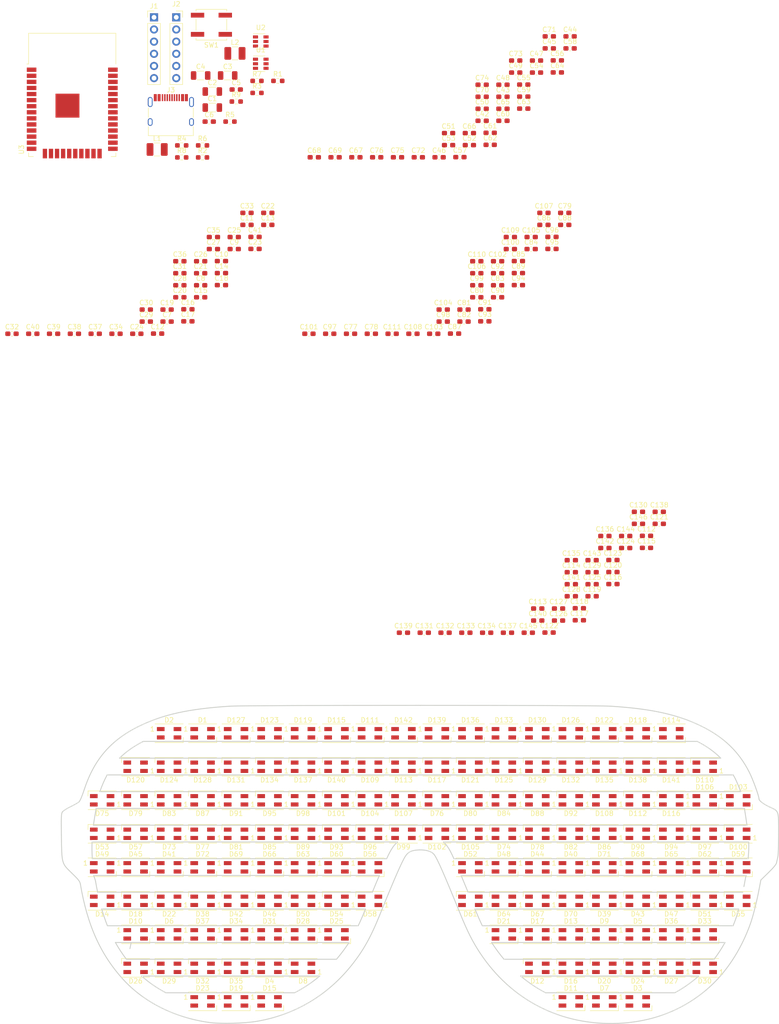
<source format=kicad_pcb>
(kicad_pcb (version 20210424) (generator pcbnew)
  (layers (0 "F.Cu" signal) (31 "B.Cu" signal) (34 "B.Paste" user) (35 "F.Paste" user) (36 "B.SilkS" user "B.Silkscreen") (37 "F.SilkS" user "F.Silkscreen") (38 "B.Mask" user) (39 "F.Mask" user) (44 "Edge.Cuts" user))
  (net 0 "")
  (net 1 "GND")
  (net 2 "+5V")
  (net 3 "+BATT")
  (net 4 "+3V3")
  (net 5 "Net-(D1-Pad2)")
  (net 6 "/sheet60A47726/DOUT")
  (net 8 "Net-(D3-Pad2)")
  (net 9 "/gschau/DIN")
  (net 10 "Net-(D4-Pad2)")
  (net 11 "Net-(D35-Pad2)")
  (net 12 "Net-(D5-Pad2)")
  (net 13 "Net-(D36-Pad2)")
  (net 14 "Net-(D10-Pad4)")
  (net 15 "Net-(D37-Pad2)")
  (net 16 "Net-(D11-Pad4)")
  (net 17 "Net-(D12-Pad4)")
  (net 18 "Net-(D13-Pad4)")
  (net 19 "Net-(D10-Pad2)")
  (net 20 "Net-(D11-Pad2)")
  (net 21 "Net-(D12-Pad2)")
  (net 22 "Net-(D13-Pad2)")
  (net 23 "Net-(D14-Pad2)")
  (net 24 "Net-(D15-Pad2)")
  (net 25 "Net-(D16-Pad2)")
  (net 26 "Net-(D17-Pad2)")
  (net 27 "Net-(D18-Pad2)")
  (net 28 "Net-(D19-Pad2)")
  (net 29 "Net-(D20-Pad2)")
  (net 30 "Net-(D21-Pad2)")
  (net 31 "/gschau/DOUT")
  (net 32 "Net-(D23-Pad2)")
  (net 33 "Net-(D24-Pad2)")
  (net 34 "Net-(D25-Pad2)")
  (net 35 "Net-(D26-Pad2)")
  (net 36 "Net-(D27-Pad2)")
  (net 37 "Net-(D28-Pad2)")
  (net 38 "Net-(D29-Pad2)")
  (net 39 "Net-(D30-Pad2)")
  (net 40 "Net-(D31-Pad2)")
  (net 41 "Net-(D32-Pad2)")
  (net 42 "Net-(D33-Pad2)")
  (net 43 "Net-(D34-Pad2)")
  (net 44 "Net-(D38-Pad2)")
  (net 45 "Net-(D39-Pad2)")
  (net 46 "Net-(D39-Pad4)")
  (net 47 "Net-(D40-Pad2)")
  (net 48 "Net-(D40-Pad4)")
  (net 49 "Net-(D41-Pad2)")
  (net 50 "Net-(D41-Pad4)")
  (net 51 "Net-(D42-Pad2)")
  (net 52 "Net-(D43-Pad2)")
  (net 53 "Net-(D44-Pad2)")
  (net 54 "Net-(D45-Pad2)")
  (net 55 "Net-(D46-Pad2)")
  (net 56 "Net-(D47-Pad2)")
  (net 57 "Net-(D48-Pad2)")
  (net 58 "Net-(D49-Pad2)")
  (net 59 "Net-(D50-Pad2)")
  (net 60 "Net-(D51-Pad2)")
  (net 61 "Net-(D52-Pad2)")
  (net 62 "Net-(D53-Pad2)")
  (net 63 "Net-(D54-Pad2)")
  (net 64 "Net-(D55-Pad2)")
  (net 65 "Net-(D56-Pad2)")
  (net 66 "/sheet60813E03/DOUT")
  (net 67 "Net-(D58-Pad2)")
  (net 68 "Net-(D59-Pad2)")
  (net 69 "Net-(D60-Pad2)")
  (net 70 "Net-(D61-Pad2)")
  (net 71 "Net-(D62-Pad2)")
  (net 72 "Net-(D63-Pad2)")
  (net 73 "Net-(D64-Pad2)")
  (net 74 "Net-(D65-Pad2)")
  (net 75 "Net-(D66-Pad2)")
  (net 76 "Net-(D67-Pad2)")
  (net 77 "Net-(D68-Pad2)")
  (net 78 "Net-(D69-Pad2)")
  (net 79 "Net-(D73-Pad2)")
  (net 80 "Net-(D74-Pad2)")
  (net 81 "Net-(D105-Pad2)")
  (net 82 "Net-(D75-Pad2)")
  (net 83 "Net-(D106-Pad2)")
  (net 84 "Net-(D76-Pad2)")
  (net 85 "Net-(D107-Pad2)")
  (net 86 "Net-(D77-Pad2)")
  (net 87 "Net-(D78-Pad2)")
  (net 88 "Net-(D79-Pad2)")
  (net 89 "Net-(D80-Pad2)")
  (net 90 "Net-(D81-Pad2)")
  (net 91 "Net-(D82-Pad2)")
  (net 92 "Net-(D83-Pad2)")
  (net 93 "Net-(D84-Pad2)")
  (net 94 "Net-(D85-Pad2)")
  (net 95 "Net-(D86-Pad2)")
  (net 96 "Net-(D87-Pad2)")
  (net 97 "Net-(D88-Pad2)")
  (net 98 "Net-(D89-Pad2)")
  (net 99 "Net-(D90-Pad2)")
  (net 100 "Net-(D91-Pad2)")
  (net 101 "/sheet60A4741D/DOUT")
  (net 102 "Net-(D93-Pad2)")
  (net 103 "Net-(D94-Pad2)")
  (net 104 "Net-(D95-Pad2)")
  (net 105 "Net-(D96-Pad2)")
  (net 106 "Net-(D100-Pad4)")
  (net 107 "Net-(D101-Pad4)")
  (net 108 "Net-(D102-Pad4)")
  (net 109 "Net-(D100-Pad2)")
  (net 110 "Net-(D101-Pad2)")
  (net 111 "Net-(D102-Pad2)")
  (net 112 "Net-(D103-Pad2)")
  (net 113 "Net-(D104-Pad2)")
  (net 114 "Net-(D108-Pad2)")
  (net 115 "Net-(D109-Pad2)")
  (net 116 "Net-(D109-Pad4)")
  (net 117 "Net-(D110-Pad2)")
  (net 118 "Net-(D110-Pad4)")
  (net 119 "Net-(D111-Pad2)")
  (net 120 "Net-(D111-Pad4)")
  (net 121 "Net-(D112-Pad2)")
  (net 122 "Net-(D113-Pad2)")
  (net 123 "Net-(D114-Pad2)")
  (net 124 "Net-(D115-Pad2)")
  (net 125 "Net-(D116-Pad2)")
  (net 126 "Net-(D117-Pad2)")
  (net 127 "Net-(D118-Pad2)")
  (net 128 "Net-(D119-Pad2)")
  (net 129 "Net-(D120-Pad2)")
  (net 130 "Net-(D121-Pad2)")
  (net 131 "Net-(D122-Pad2)")
  (net 132 "Net-(D123-Pad2)")
  (net 133 "Net-(D124-Pad2)")
  (net 134 "Net-(D125-Pad2)")
  (net 135 "Net-(D126-Pad2)")
  (net 136 "Net-(D128-Pad2)")
  (net 137 "Net-(D129-Pad2)")
  (net 138 "Net-(D130-Pad2)")
  (net 139 "Net-(D131-Pad2)")
  (net 140 "Net-(D132-Pad2)")
  (net 141 "Net-(D133-Pad2)")
  (net 142 "Net-(D134-Pad2)")
  (net 143 "Net-(D135-Pad2)")
  (net 144 "Net-(D136-Pad2)")
  (net 145 "Net-(D137-Pad2)")
  (net 146 "Net-(D138-Pad2)")
  (net 147 "Net-(D139-Pad2)")
  (net 148 "/ENABLE")
  (net 149 "Net-(J1-Pad5)")
  (net 150 "Net-(J1-Pad3)")
  (net 151 "Net-(J1-Pad2)")
  (net 153 "Net-(J3-PadA5)")
  (net 158 "Net-(J3-PadB5)")
  (net 160 "Net-(L1-Pad1)")
  (net 161 "Net-(L2-Pad1)")
  (net 162 "Net-(R1-Pad1)")
  (net 163 "Net-(R2-Pad1)")
  (net 164 "/600mV")
  (footprint "Capacitor_SMD:C_1206_3216Metric" (layer "F.Cu") (at 79.035 -32.68)
    (fp_text reference "C1")
    (fp_text value "4µ7")
  )
  (footprint "Capacitor_SMD:C_1206_3216Metric" (layer "F.Cu") (at 79.035 -36.03)
    (fp_text reference "C2")
    (fp_text value "4µ7")
  )
  (footprint "Capacitor_SMD:C_1206_3216Metric" (layer "F.Cu") (at 82.245 -39.38)
    (fp_text reference "C3")
    (fp_text value "4µ7")
  )
  (footprint "Capacitor_SMD:C_1206_3216Metric" (layer "F.Cu") (at 76.595 -39.38)
    (fp_text reference "C4")
    (fp_text value "4µ7")
  )
  (footprint "Capacitor_SMD:C_0603_1608Metric_Pad1.08x0.95mm_HandSolder" (layer "F.Cu") (at 84.035 -36.45)
    (fp_text reference "C5")
    (fp_text value "C100n")
  )
  (footprint "Capacitor_SMD:C_0603_1608Metric_Pad1.08x0.95mm_HandSolder" (layer "F.Cu") (at 78.385 -29.75)
    (fp_text reference "C6")
    (fp_text value "C100n")
  )
  (footprint "Capacitor_SMD:C_0603_1608Metric_Pad1.08x0.95mm_HandSolder" (layer "F.Cu") (at 69.575 12.02)
    (fp_text reference "C7")
    (fp_text value "C100n")
  )
  (footprint "Capacitor_SMD:C_0603_1608Metric_Pad1.08x0.95mm_HandSolder" (layer "F.Cu") (at 76.595 4.43)
    (fp_text reference "C8")
    (fp_text value "C100n")
  )
  (footprint "Capacitor_SMD:C_0603_1608Metric_Pad1.08x0.95mm_HandSolder" (layer "F.Cu") (at 83.615 -3.13)
    (fp_text reference "C9")
    (fp_text value "C100n")
  )
  (footprint "Capacitor_SMD:C_0603_1608Metric_Pad1.08x0.95mm_HandSolder" (layer "F.Cu") (at 80.945 -0.62)
    (fp_text reference "C10")
    (fp_text value "C100n")
  )
  (footprint "Capacitor_SMD:C_0603_1608Metric_Pad1.08x0.95mm_HandSolder" (layer "F.Cu") (at 86.285 -8.18)
    (fp_text reference "C11")
    (fp_text value "C100n")
  )
  (footprint "Capacitor_SMD:C_0603_1608Metric_Pad1.08x0.95mm_HandSolder" (layer "F.Cu") (at 67.595 14.53)
    (fp_text reference "C12")
    (fp_text value "C100n")
  )
  (footprint "Capacitor_SMD:C_0603_1608Metric_Pad1.08x0.95mm_HandSolder" (layer "F.Cu") (at 90.635 -8.18)
    (fp_text reference "C13")
    (fp_text value "C100n")
  )
  (footprint "Capacitor_SMD:C_0603_1608Metric_Pad1.08x0.95mm_HandSolder" (layer "F.Cu") (at 80.945 1.89)
    (fp_text reference "C14")
    (fp_text value "C100n")
  )
  (footprint "Capacitor_SMD:C_0603_1608Metric_Pad1.08x0.95mm_HandSolder" (layer "F.Cu") (at 76.595 6.94)
    (fp_text reference "C15")
    (fp_text value "C100n")
  )
  (footprint "Capacitor_SMD:C_0603_1608Metric_Pad1.08x0.95mm_HandSolder" (layer "F.Cu") (at 73.925 9.45)
    (fp_text reference "C16")
    (fp_text value "C100n")
  )
  (footprint "Capacitor_SMD:C_0603_1608Metric_Pad1.08x0.95mm_HandSolder" (layer "F.Cu") (at 73.925 11.96)
    (fp_text reference "C17")
    (fp_text value "C100n")
  )
  (footprint "Capacitor_SMD:C_0603_1608Metric_Pad1.08x0.95mm_HandSolder" (layer "F.Cu") (at 80.945 4.4)
    (fp_text reference "C18")
    (fp_text value "C100n")
  )
  (footprint "Capacitor_SMD:C_0603_1608Metric_Pad1.08x0.95mm_HandSolder" (layer "F.Cu") (at 69.575 9.51)
    (fp_text reference "C19")
    (fp_text value "C100n")
  )
  (footprint "Capacitor_SMD:C_0603_1608Metric_Pad1.08x0.95mm_HandSolder" (layer "F.Cu") (at 72.245 6.94)
    (fp_text reference "C20")
    (fp_text value "C100n")
  )
  (footprint "Capacitor_SMD:C_0603_1608Metric_Pad1.08x0.95mm_HandSolder" (layer "F.Cu") (at 76.595 1.92)
    (fp_text reference "C21")
    (fp_text value "C100n")
  )
  (footprint "Capacitor_SMD:C_0603_1608Metric_Pad1.08x0.95mm_HandSolder" (layer "F.Cu") (at 90.635 -10.69)
    (fp_text reference "C22")
    (fp_text value "C100n")
  )
  (footprint "Capacitor_SMD:C_0603_1608Metric_Pad1.08x0.95mm_HandSolder" (layer "F.Cu") (at 87.965 -3.16)
    (fp_text reference "C23")
    (fp_text value "C100n")
  )
  (footprint "Capacitor_SMD:C_0603_1608Metric_Pad1.08x0.95mm_HandSolder" (layer "F.Cu") (at 63.245 14.56)
    (fp_text reference "C24")
    (fp_text value "C100n")
  )
  (footprint "Capacitor_SMD:C_0603_1608Metric_Pad1.08x0.95mm_HandSolder" (layer "F.Cu") (at 83.615 -5.64)
    (fp_text reference "C25")
    (fp_text value "C100n")
  )
  (footprint "Capacitor_SMD:C_0603_1608Metric_Pad1.08x0.95mm_HandSolder" (layer "F.Cu") (at 76.595 -0.59)
    (fp_text reference "C26")
    (fp_text value "C100n")
  )
  (footprint "Capacitor_SMD:C_0603_1608Metric_Pad1.08x0.95mm_HandSolder" (layer "F.Cu") (at 79.265 -3.13)
    (fp_text reference "C27")
    (fp_text value "C100n")
  )
  (footprint "Capacitor_SMD:C_0603_1608Metric_Pad1.08x0.95mm_HandSolder" (layer "F.Cu") (at 72.245 4.43)
    (fp_text reference "C28")
    (fp_text value "C100n")
  )
  (footprint "Capacitor_SMD:C_0603_1608Metric_Pad1.08x0.95mm_HandSolder" (layer "F.Cu") (at 65.225 12.02)
    (fp_text reference "C29")
    (fp_text value "C100n")
  )
  (footprint "Capacitor_SMD:C_0603_1608Metric_Pad1.08x0.95mm_HandSolder" (layer "F.Cu") (at 65.225 9.51)
    (fp_text reference "C30")
    (fp_text value "C100n")
  )
  (footprint "Capacitor_SMD:C_0603_1608Metric_Pad1.08x0.95mm_HandSolder" (layer "F.Cu") (at 72.245 1.92)
    (fp_text reference "C31")
    (fp_text value "C100n")
  )
  (footprint "Capacitor_SMD:C_0603_1608Metric_Pad1.08x0.95mm_HandSolder" (layer "F.Cu") (at 37.145 14.56)
    (fp_text reference "C32")
    (fp_text value "C100n")
  )
  (footprint "Capacitor_SMD:C_0603_1608Metric_Pad1.08x0.95mm_HandSolder" (layer "F.Cu") (at 86.285 -10.69)
    (fp_text reference "C33")
    (fp_text value "C100n")
  )
  (footprint "Capacitor_SMD:C_0603_1608Metric_Pad1.08x0.95mm_HandSolder" (layer "F.Cu") (at 58.895 14.56)
    (fp_text reference "C34")
    (fp_text value "C100n")
  )
  (footprint "Capacitor_SMD:C_0603_1608Metric_Pad1.08x0.95mm_HandSolder" (layer "F.Cu") (at 79.265 -5.64)
    (fp_text reference "C35")
    (fp_text value "C100n")
  )
  (footprint "Capacitor_SMD:C_0603_1608Metric_Pad1.08x0.95mm_HandSolder" (layer "F.Cu") (at 72.245 -0.59)
    (fp_text reference "C36")
    (fp_text value "C100n")
  )
  (footprint "Capacitor_SMD:C_0603_1608Metric_Pad1.08x0.95mm_HandSolder" (layer "F.Cu") (at 54.545 14.56)
    (fp_text reference "C37")
    (fp_text value "C100n")
  )
  (footprint "Capacitor_SMD:C_0603_1608Metric_Pad1.08x0.95mm_HandSolder" (layer "F.Cu") (at 50.195 14.56)
    (fp_text reference "C38")
    (fp_text value "C100n")
  )
  (footprint "Capacitor_SMD:C_0603_1608Metric_Pad1.08x0.95mm_HandSolder" (layer "F.Cu") (at 45.845 14.56)
    (fp_text reference "C39")
    (fp_text value "C100n")
  )
  (footprint "Capacitor_SMD:C_0603_1608Metric_Pad1.08x0.95mm_HandSolder" (layer "F.Cu") (at 41.495 14.56)
    (fp_text reference "C40")
    (fp_text value "C100n")
  )
  (footprint "Capacitor_SMD:C_0603_1608Metric_Pad1.08x0.95mm_HandSolder" (layer "F.Cu") (at 87.965 -5.67)
    (fp_text reference "C41")
    (fp_text value "C100n")
  )
  (footprint "Capacitor_SMD:C_0603_1608Metric_Pad1.08x0.95mm_HandSolder" (layer "F.Cu") (at 135.455 -29.92)
    (fp_text reference "C42")
    (fp_text value "C100n")
  )
  (footprint "Capacitor_SMD:C_0603_1608Metric_Pad1.08x0.95mm_HandSolder" (layer "F.Cu") (at 139.805 -34.94)
    (fp_text reference "C43")
    (fp_text value "C100n")
  )
  (footprint "Capacitor_SMD:C_0603_1608Metric_Pad1.08x0.95mm_HandSolder" (layer "F.Cu") (at 153.845 -47.55)
    (fp_text reference "C44")
    (fp_text value "C100n")
  )
  (footprint "Capacitor_SMD:C_0603_1608Metric_Pad1.08x0.95mm_HandSolder" (layer "F.Cu") (at 149.495 -45.04)
    (fp_text reference "C45")
    (fp_text value "C100n")
  )
  (footprint "Capacitor_SMD:C_0603_1608Metric_Pad1.08x0.95mm_HandSolder" (layer "F.Cu") (at 126.455 -22.3)
    (fp_text reference "C46")
    (fp_text value "C100n")
  )
  (footprint "Capacitor_SMD:C_0603_1608Metric_Pad1.08x0.95mm_HandSolder" (layer "F.Cu") (at 146.825 -42.5)
    (fp_text reference "C47")
    (fp_text value "C100n")
  )
  (footprint "Capacitor_SMD:C_0603_1608Metric_Pad1.08x0.95mm_HandSolder" (layer "F.Cu") (at 139.805 -37.45)
    (fp_text reference "C48")
    (fp_text value "C100n")
  )
  (footprint "Capacitor_SMD:C_0603_1608Metric_Pad1.08x0.95mm_HandSolder" (layer "F.Cu") (at 142.475 -39.99)
    (fp_text reference "C49")
    (fp_text value "C100n")
  )
  (footprint "Capacitor_SMD:C_0603_1608Metric_Pad1.08x0.95mm_HandSolder" (layer "F.Cu") (at 135.455 -32.43)
    (fp_text reference "C50")
    (fp_text value "C100n")
  )
  (footprint "Capacitor_SMD:C_0603_1608Metric_Pad1.08x0.95mm_HandSolder" (layer "F.Cu") (at 128.435 -27.35)
    (fp_text reference "C51")
    (fp_text value "C100n")
  )
  (footprint "Capacitor_SMD:C_0603_1608Metric_Pad1.08x0.95mm_HandSolder" (layer "F.Cu") (at 132.785 -24.84)
    (fp_text reference "C52")
    (fp_text value "C100n")
  )
  (footprint "Capacitor_SMD:C_0603_1608Metric_Pad1.08x0.95mm_HandSolder" (layer "F.Cu") (at 128.435 -24.84)
    (fp_text reference "C53")
    (fp_text value "C100n")
  )
  (footprint "Capacitor_SMD:C_0603_1608Metric_Pad1.08x0.95mm_HandSolder" (layer "F.Cu") (at 146.825 -39.99)
    (fp_text reference "C54")
    (fp_text value "C100n")
  )
  (footprint "Capacitor_SMD:C_0603_1608Metric_Pad1.08x0.95mm_HandSolder" (layer "F.Cu") (at 144.155 -37.48)
    (fp_text reference "C55")
    (fp_text value "C100n")
  )
  (footprint "Capacitor_SMD:C_0603_1608Metric_Pad1.08x0.95mm_HandSolder" (layer "F.Cu") (at 151.175 -42.53)
    (fp_text reference "C56")
    (fp_text value "C100n")
  )
  (footprint "Capacitor_SMD:C_0603_1608Metric_Pad1.08x0.95mm_HandSolder" (layer "F.Cu") (at 130.805 -22.33)
    (fp_text reference "C57")
    (fp_text value "C100n")
  )
  (footprint "Capacitor_SMD:C_0603_1608Metric_Pad1.08x0.95mm_HandSolder" (layer "F.Cu") (at 153.845 -45.04)
    (fp_text reference "C58")
    (fp_text value "C100n")
  )
  (footprint "Capacitor_SMD:C_0603_1608Metric_Pad1.08x0.95mm_HandSolder" (layer "F.Cu") (at 144.155 -34.97)
    (fp_text reference "C59")
    (fp_text value "C100n")
  )
  (footprint "Capacitor_SMD:C_0603_1608Metric_Pad1.08x0.95mm_HandSolder" (layer "F.Cu") (at 139.805 -29.92)
    (fp_text reference "C60")
    (fp_text value "C100n")
  )
  (footprint "Capacitor_SMD:C_0603_1608Metric_Pad1.08x0.95mm_HandSolder" (layer "F.Cu") (at 137.135 -27.41)
    (fp_text reference "C61")
    (fp_text value "C100n")
  )
  (footprint "Capacitor_SMD:C_0603_1608Metric_Pad1.08x0.95mm_HandSolder" (layer "F.Cu") (at 137.135 -24.9)
    (fp_text reference "C62")
    (fp_text value "C100n")
  )
  (footprint "Capacitor_SMD:C_0603_1608Metric_Pad1.08x0.95mm_HandSolder" (layer "F.Cu") (at 144.155 -32.46)
    (fp_text reference "C63")
    (fp_text value "C100n")
  )
  (footprint "Capacitor_SMD:C_0603_1608Metric_Pad1.08x0.95mm_HandSolder" (layer "F.Cu") (at 151.175 -40.02)
    (fp_text reference "C64")
    (fp_text value "C100n")
  )
  (footprint "Capacitor_SMD:C_0603_1608Metric_Pad1.08x0.95mm_HandSolder" (layer "F.Cu") (at 139.805 -32.43)
    (fp_text reference "C65")
    (fp_text value "C100n")
  )
  (footprint "Capacitor_SMD:C_0603_1608Metric_Pad1.08x0.95mm_HandSolder" (layer "F.Cu") (at 132.785 -27.35)
    (fp_text reference "C66")
    (fp_text value "C100n")
  )
  (footprint "Capacitor_SMD:C_0603_1608Metric_Pad1.08x0.95mm_HandSolder" (layer "F.Cu") (at 109.055 -22.3)
    (fp_text reference "C67")
    (fp_text value "C100n")
  )
  (footprint "Capacitor_SMD:C_0603_1608Metric_Pad1.08x0.95mm_HandSolder" (layer "F.Cu") (at 100.355 -22.3)
    (fp_text reference "C68")
    (fp_text value "C100n")
  )
  (footprint "Capacitor_SMD:C_0603_1608Metric_Pad1.08x0.95mm_HandSolder" (layer "F.Cu") (at 104.705 -22.3)
    (fp_text reference "C69")
    (fp_text value "C100n")
  )
  (footprint "Capacitor_SMD:C_0603_1608Metric_Pad1.08x0.95mm_HandSolder" (layer "F.Cu") (at 135.455 -34.94)
    (fp_text reference "C70")
    (fp_text value "C100n")
  )
  (footprint "Capacitor_SMD:C_0603_1608Metric_Pad1.08x0.95mm_HandSolder" (layer "F.Cu") (at 149.495 -47.55)
    (fp_text reference "C71")
    (fp_text value "C100n")
  )
  (footprint "Capacitor_SMD:C_0603_1608Metric_Pad1.08x0.95mm_HandSolder" (layer "F.Cu") (at 122.105 -22.3)
    (fp_text reference "C72")
    (fp_text value "C100n")
  )
  (footprint "Capacitor_SMD:C_0603_1608Metric_Pad1.08x0.95mm_HandSolder" (layer "F.Cu") (at 142.475 -42.5)
    (fp_text reference "C73")
    (fp_text value "C100n")
  )
  (footprint "Capacitor_SMD:C_0603_1608Metric_Pad1.08x0.95mm_HandSolder" (layer "F.Cu") (at 135.455 -37.45)
    (fp_text reference "C74")
    (fp_text value "C100n")
  )
  (footprint "Capacitor_SMD:C_0603_1608Metric_Pad1.08x0.95mm_HandSolder" (layer "F.Cu") (at 117.755 -22.3)
    (fp_text reference "C75")
    (fp_text value "C100n")
  )
  (footprint "Capacitor_SMD:C_0603_1608Metric_Pad1.08x0.95mm_HandSolder" (layer "F.Cu") (at 113.405 -22.3)
    (fp_text reference "C76")
    (fp_text value "C100n")
  )
  (footprint "Capacitor_SMD:C_0603_1608Metric_Pad1.08x0.95mm_HandSolder" (layer "F.Cu") (at 107.935 14.56)
    (fp_text reference "C77")
    (fp_text value "C100n")
  )
  (footprint "Capacitor_SMD:C_0603_1608Metric_Pad1.08x0.95mm_HandSolder" (layer "F.Cu") (at 112.285 14.56)
    (fp_text reference "C78")
    (fp_text value "C100n")
  )
  (footprint "Capacitor_SMD:C_0603_1608Metric_Pad1.08x0.95mm_HandSolder" (layer "F.Cu") (at 152.725 -10.69)
    (fp_text reference "C79")
    (fp_text value "C100n")
  )
  (footprint "Capacitor_SMD:C_0603_1608Metric_Pad1.08x0.95mm_HandSolder" (layer "F.Cu") (at 134.335 6.94)
    (fp_text reference "C80")
    (fp_text value "C100n")
  )
  (footprint "Capacitor_SMD:C_0603_1608Metric_Pad1.08x0.95mm_HandSolder" (layer "F.Cu") (at 131.665 9.51)
    (fp_text reference "C81")
    (fp_text value "C100n")
  )
  (footprint "Capacitor_SMD:C_0603_1608Metric_Pad1.08x0.95mm_HandSolder" (layer "F.Cu") (at 131.665 12.02)
    (fp_text reference "C82")
    (fp_text value "C100n")
  )
  (footprint "Capacitor_SMD:C_0603_1608Metric_Pad1.08x0.95mm_HandSolder" (layer "F.Cu") (at 138.685 4.43)
    (fp_text reference "C83")
    (fp_text value "C100n")
  )
  (footprint "Capacitor_SMD:C_0603_1608Metric_Pad1.08x0.95mm_HandSolder" (layer "F.Cu") (at 145.705 -3.13)
    (fp_text reference "C84")
    (fp_text value "C100n")
  )
  (footprint "Capacitor_SMD:C_0603_1608Metric_Pad1.08x0.95mm_HandSolder" (layer "F.Cu") (at 143.035 -0.62)
    (fp_text reference "C85")
    (fp_text value "C100n")
  )
  (footprint "Capacitor_SMD:C_0603_1608Metric_Pad1.08x0.95mm_HandSolder" (layer "F.Cu") (at 148.375 -8.18)
    (fp_text reference "C86")
    (fp_text value "C100n")
  )
  (footprint "Capacitor_SMD:C_0603_1608Metric_Pad1.08x0.95mm_HandSolder" (layer "F.Cu") (at 129.685 14.53)
    (fp_text reference "C87")
    (fp_text value "C100n")
  )
  (footprint "Capacitor_SMD:C_0603_1608Metric_Pad1.08x0.95mm_HandSolder" (layer "F.Cu") (at 152.725 -8.18)
    (fp_text reference "C88")
    (fp_text value "C100n")
  )
  (footprint "Capacitor_SMD:C_0603_1608Metric_Pad1.08x0.95mm_HandSolder" (layer "F.Cu") (at 143.035 1.89)
    (fp_text reference "C89")
    (fp_text value "C100n")
  )
  (footprint "Capacitor_SMD:C_0603_1608Metric_Pad1.08x0.95mm_HandSolder" (layer "F.Cu") (at 138.685 6.94)
    (fp_text reference "C90")
    (fp_text value "C100n")
  )
  (footprint "Capacitor_SMD:C_0603_1608Metric_Pad1.08x0.95mm_HandSolder" (layer "F.Cu") (at 136.015 9.45)
    (fp_text reference "C91")
    (fp_text value "C100n")
  )
  (footprint "Capacitor_SMD:C_0603_1608Metric_Pad1.08x0.95mm_HandSolder" (layer "F.Cu") (at 138.685 1.92)
    (fp_text reference "C92")
    (fp_text value "C100n")
  )
  (footprint "Capacitor_SMD:C_0603_1608Metric_Pad1.08x0.95mm_HandSolder" (layer "F.Cu") (at 136.015 11.96)
    (fp_text reference "C93")
    (fp_text value "C100n")
  )
  (footprint "Capacitor_SMD:C_0603_1608Metric_Pad1.08x0.95mm_HandSolder" (layer "F.Cu") (at 143.035 4.4)
    (fp_text reference "C94")
    (fp_text value "C100n")
  )
  (footprint "Capacitor_SMD:C_0603_1608Metric_Pad1.08x0.95mm_HandSolder" (layer "F.Cu") (at 150.055 -3.16)
    (fp_text reference "C95")
    (fp_text value "C100n")
  )
  (footprint "Capacitor_SMD:C_0603_1608Metric_Pad1.08x0.95mm_HandSolder" (layer "F.Cu") (at 150.055 -5.67)
    (fp_text reference "C96")
    (fp_text value "C100n")
  )
  (footprint "Capacitor_SMD:C_0603_1608Metric_Pad1.08x0.95mm_HandSolder" (layer "F.Cu") (at 103.585 14.56)
    (fp_text reference "C97")
    (fp_text value "C100n")
  )
  (footprint "Capacitor_SMD:C_0603_1608Metric_Pad1.08x0.95mm_HandSolder" (layer "F.Cu") (at 127.315 12.02)
    (fp_text reference "C98")
    (fp_text value "C100n")
  )
  (footprint "Capacitor_SMD:C_0603_1608Metric_Pad1.08x0.95mm_HandSolder" (layer "F.Cu") (at 134.335 4.43)
    (fp_text reference "C99")
    (fp_text value "C100n")
  )
  (footprint "Capacitor_SMD:C_0603_1608Metric_Pad1.08x0.95mm_HandSolder" (layer "F.Cu") (at 141.355 -3.13)
    (fp_text reference "C100")
    (fp_text value "C100n")
  )
  (footprint "Capacitor_SMD:C_0603_1608Metric_Pad1.08x0.95mm_HandSolder" (layer "F.Cu") (at 99.235 14.56)
    (fp_text reference "C101")
    (fp_text value "C100n")
  )
  (footprint "Capacitor_SMD:C_0603_1608Metric_Pad1.08x0.95mm_HandSolder" (layer "F.Cu") (at 138.685 -0.59)
    (fp_text reference "C102")
    (fp_text value "C100n")
  )
  (footprint "Capacitor_SMD:C_0603_1608Metric_Pad1.08x0.95mm_HandSolder" (layer "F.Cu") (at 125.335 14.56)
    (fp_text reference "C103")
    (fp_text value "C100n")
  )
  (footprint "Capacitor_SMD:C_0603_1608Metric_Pad1.08x0.95mm_HandSolder" (layer "F.Cu") (at 127.315 9.51)
    (fp_text reference "C104")
    (fp_text value "C100n")
  )
  (footprint "Capacitor_SMD:C_0603_1608Metric_Pad1.08x0.95mm_HandSolder" (layer "F.Cu") (at 145.705 -5.64)
    (fp_text reference "C105")
    (fp_text value "C100n")
  )
  (footprint "Capacitor_SMD:C_0603_1608Metric_Pad1.08x0.95mm_HandSolder" (layer "F.Cu") (at 134.335 1.92)
    (fp_text reference "C106")
    (fp_text value "C100n")
  )
  (footprint "Capacitor_SMD:C_0603_1608Metric_Pad1.08x0.95mm_HandSolder" (layer "F.Cu") (at 148.375 -10.69)
    (fp_text reference "C107")
    (fp_text value "C100n")
  )
  (footprint "Capacitor_SMD:C_0603_1608Metric_Pad1.08x0.95mm_HandSolder" (layer "F.Cu") (at 120.985 14.56)
    (fp_text reference "C108")
    (fp_text value "C100n")
  )
  (footprint "Capacitor_SMD:C_0603_1608Metric_Pad1.08x0.95mm_HandSolder" (layer "F.Cu") (at 141.355 -5.64)
    (fp_text reference "C109")
    (fp_text value "C100n")
  )
  (footprint "Capacitor_SMD:C_0603_1608Metric_Pad1.08x0.95mm_HandSolder" (layer "F.Cu") (at 134.335 -0.59)
    (fp_text reference "C110")
    (fp_text value "C100n")
  )
  (footprint "Capacitor_SMD:C_0603_1608Metric_Pad1.08x0.95mm_HandSolder" (layer "F.Cu") (at 116.635 14.56)
    (fp_text reference "C111")
    (fp_text value "C100n")
  )
  (footprint "Capacitor_SMD:C_0603_1608Metric_Pad1.08x0.95mm_HandSolder" (layer "F.Cu") (at 169.82 56.77)
    (fp_text reference "C112")
    (fp_text value "C100n")
  )
  (footprint "Capacitor_SMD:C_0603_1608Metric_Pad1.08x0.95mm_HandSolder" (layer "F.Cu") (at 147.08 71.95)
    (fp_text reference "C113")
    (fp_text value "C100n")
  )
  (footprint "Capacitor_SMD:C_0603_1608Metric_Pad1.08x0.95mm_HandSolder" (layer "F.Cu") (at 154.1 64.36)
    (fp_text reference "C114")
    (fp_text value "C100n")
  )
  (footprint "Capacitor_SMD:C_0603_1608Metric_Pad1.08x0.95mm_HandSolder" (layer "F.Cu") (at 169.82 59.28)
    (fp_text reference "C115")
    (fp_text value "C100n")
  )
  (footprint "Capacitor_SMD:C_0603_1608Metric_Pad1.08x0.95mm_HandSolder" (layer "F.Cu") (at 162.8 66.84)
    (fp_text reference "C116")
    (fp_text value "C100n")
  )
  (footprint "Capacitor_SMD:C_0603_1608Metric_Pad1.08x0.95mm_HandSolder" (layer "F.Cu") (at 155.78 74.4)
    (fp_text reference "C117")
    (fp_text value "C100n")
  )
  (footprint "Capacitor_SMD:C_0603_1608Metric_Pad1.08x0.95mm_HandSolder" (layer "F.Cu") (at 155.78 71.89)
    (fp_text reference "C118")
    (fp_text value "C100n")
  )
  (footprint "Capacitor_SMD:C_0603_1608Metric_Pad1.08x0.95mm_HandSolder" (layer "F.Cu") (at 158.45 69.38)
    (fp_text reference "C119")
    (fp_text value "C100n")
  )
  (footprint "Capacitor_SMD:C_0603_1608Metric_Pad1.08x0.95mm_HandSolder" (layer "F.Cu") (at 162.8 64.33)
    (fp_text reference "C120")
    (fp_text value "C100n")
  )
  (footprint "Capacitor_SMD:C_0603_1608Metric_Pad1.08x0.95mm_HandSolder" (layer "F.Cu") (at 172.49 54.26)
    (fp_text reference "C121")
    (fp_text value "C100n")
  )
  (footprint "Capacitor_SMD:C_0603_1608Metric_Pad1.08x0.95mm_HandSolder" (layer "F.Cu") (at 149.45 76.97)
    (fp_text reference "C122")
    (fp_text value "C100n")
  )
  (footprint "Capacitor_SMD:C_0603_1608Metric_Pad1.08x0.95mm_HandSolder" (layer "F.Cu") (at 162.8 61.82)
    (fp_text reference "C123")
    (fp_text value "C100n")
  )
  (footprint "Capacitor_SMD:C_0603_1608Metric_Pad1.08x0.95mm_HandSolder" (layer "F.Cu") (at 165.47 59.31)
    (fp_text reference "C124")
    (fp_text value "C100n")
  )
  (footprint "Capacitor_SMD:C_0603_1608Metric_Pad1.08x0.95mm_HandSolder" (layer "F.Cu") (at 158.45 66.87)
    (fp_text reference "C125")
    (fp_text value "C100n")
  )
  (footprint "Capacitor_SMD:C_0603_1608Metric_Pad1.08x0.95mm_HandSolder" (layer "F.Cu") (at 151.43 74.46)
    (fp_text reference "C126")
    (fp_text value "C100n")
  )
  (footprint "Capacitor_SMD:C_0603_1608Metric_Pad1.08x0.95mm_HandSolder" (layer "F.Cu") (at 151.43 71.95)
    (fp_text reference "C127")
    (fp_text value "C100n")
  )
  (footprint "Capacitor_SMD:C_0603_1608Metric_Pad1.08x0.95mm_HandSolder" (layer "F.Cu") (at 154.1 69.38)
    (fp_text reference "C128")
    (fp_text value "C100n")
  )
  (footprint "Capacitor_SMD:C_0603_1608Metric_Pad1.08x0.95mm_HandSolder" (layer "F.Cu") (at 158.45 64.36)
    (fp_text reference "C129")
    (fp_text value "C100n")
  )
  (footprint "Capacitor_SMD:C_0603_1608Metric_Pad1.08x0.95mm_HandSolder" (layer "F.Cu") (at 168.14 51.75)
    (fp_text reference "C130")
    (fp_text value "C100n")
  )
  (footprint "Capacitor_SMD:C_0603_1608Metric_Pad1.08x0.95mm_HandSolder" (layer "F.Cu") (at 123.35 77)
    (fp_text reference "C131")
    (fp_text value "C100n")
  )
  (footprint "Capacitor_SMD:C_0603_1608Metric_Pad1.08x0.95mm_HandSolder" (layer "F.Cu") (at 127.7 77)
    (fp_text reference "C132")
    (fp_text value "C100n")
  )
  (footprint "Capacitor_SMD:C_0603_1608Metric_Pad1.08x0.95mm_HandSolder" (layer "F.Cu") (at 132.05 77)
    (fp_text reference "C133")
    (fp_text value "C100n")
  )
  (footprint "Capacitor_SMD:C_0603_1608Metric_Pad1.08x0.95mm_HandSolder" (layer "F.Cu") (at 136.4 77)
    (fp_text reference "C134")
    (fp_text value "C100n")
  )
  (footprint "Capacitor_SMD:C_0603_1608Metric_Pad1.08x0.95mm_HandSolder" (layer "F.Cu") (at 154.1 61.85)
    (fp_text reference "C135")
    (fp_text value "C100n")
  )
  (footprint "Capacitor_SMD:C_0603_1608Metric_Pad1.08x0.95mm_HandSolder" (layer "F.Cu") (at 161.12 56.8)
    (fp_text reference "C136")
    (fp_text value "C100n")
  )
  (footprint "Capacitor_SMD:C_0603_1608Metric_Pad1.08x0.95mm_HandSolder" (layer "F.Cu") (at 140.75 77)
    (fp_text reference "C137")
    (fp_text value "C100n")
  )
  (footprint "Capacitor_SMD:C_0603_1608Metric_Pad1.08x0.95mm_HandSolder" (layer "F.Cu") (at 172.49 51.75)
    (fp_text reference "C138")
    (fp_text value "C100n")
  )
  (footprint "Capacitor_SMD:C_0603_1608Metric_Pad1.08x0.95mm_HandSolder" (layer "F.Cu") (at 119 77)
    (fp_text reference "C139")
    (fp_text value "C100n")
  )
  (footprint "Capacitor_SMD:C_0603_1608Metric_Pad1.08x0.95mm_HandSolder" (layer "F.Cu") (at 147.08 74.46)
    (fp_text reference "C140")
    (fp_text value "C100n")
  )
  (footprint "Capacitor_SMD:C_0603_1608Metric_Pad1.08x0.95mm_HandSolder" (layer "F.Cu") (at 154.1 66.87)
    (fp_text reference "C141")
    (fp_text value "C100n")
  )
  (footprint "Capacitor_SMD:C_0603_1608Metric_Pad1.08x0.95mm_HandSolder" (layer "F.Cu") (at 161.12 59.31)
    (fp_text reference "C142")
    (fp_text value "C100n")
  )
  (footprint "Capacitor_SMD:C_0603_1608Metric_Pad1.08x0.95mm_HandSolder" (layer "F.Cu") (at 158.45 61.85)
    (fp_text reference "C143")
    (fp_text value "C100n")
  )
  (footprint "Capacitor_SMD:C_0603_1608Metric_Pad1.08x0.95mm_HandSolder" (layer "F.Cu") (at 165.47 56.8)
    (fp_text reference "C144")
    (fp_text value "C100n")
  )
  (footprint "Capacitor_SMD:C_0603_1608Metric_Pad1.08x0.95mm_HandSolder" (layer "F.Cu") (at 145.1 77)
    (fp_text reference "C145")
    (fp_text value "C100n")
  )
  (footprint "Capacitor_SMD:C_0603_1608Metric_Pad1.08x0.95mm_HandSolder" (layer "F.Cu") (at 168.14 54.26)
    (fp_text reference "C146")
    (fp_text value "C100n")
  )
  (footprint "LED_SMD:LED_SK6812MINI_PLCC4_3.5x3.5mm_P1.75mm" (layer "F.Cu") (at 70 98)
    (fp_text reference "D2")
    (fp_text value "WS2812B")
  )
  (footprint "LED_SMD:LED_SK6812MINI_PLCC4_3.5x3.5mm_P1.75mm" (layer "F.Cu") (at 168 154)
    (fp_text reference "D3")
    (fp_text value "WS2812B")
  )
  (footprint "LED_SMD:LED_SK6812MINI_PLCC4_3.5x3.5mm_P1.75mm" (layer "F.Cu") (at 91 147 180)
    (fp_text reference "D4")
    (fp_text value "WS2812B")
  )
  (footprint "LED_SMD:LED_SK6812MINI_PLCC4_3.5x3.5mm_P1.75mm" (layer "F.Cu") (at 168 140)
    (fp_text reference "D5")
    (fp_text value "WS2812B")
  )
  (footprint "LED_SMD:LED_SK6812MINI_PLCC4_3.5x3.5mm_P1.75mm" (layer "F.Cu") (at 70 140)
    (fp_text reference "D6")
    (fp_text value "WS2812B")
  )
  (footprint "LED_SMD:LED_SK6812MINI_PLCC4_3.5x3.5mm_P1.75mm" (layer "F.Cu") (at 161 154)
    (fp_text reference "D7")
    (fp_text value "WS2812B")
  )
  (footprint "LED_SMD:LED_SK6812MINI_PLCC4_3.5x3.5mm_P1.75mm" (layer "F.Cu") (at 98 147 180)
    (fp_text reference "D8")
    (fp_text value "WS2812B")
  )
  (footprint "LED_SMD:LED_SK6812MINI_PLCC4_3.5x3.5mm_P1.75mm" (layer "F.Cu") (at 161 140)
    (fp_text reference "D9")
    (fp_text value "WS2812B")
  )
  (footprint "LED_SMD:LED_SK6812MINI_PLCC4_3.5x3.5mm_P1.75mm" (layer "F.Cu") (at 63 140)
    (fp_text reference "D10")
    (fp_text value "WS2812B")
  )
  (footprint "LED_SMD:LED_SK6812MINI_PLCC4_3.5x3.5mm_P1.75mm" (layer "F.Cu") (at 154 154)
    (fp_text reference "D11")
    (fp_text value "WS2812B")
  )
  (footprint "LED_SMD:LED_SK6812MINI_PLCC4_3.5x3.5mm_P1.75mm" (layer "F.Cu") (at 147 147 180)
    (fp_text reference "D12")
    (fp_text value "WS2812B")
  )
  (footprint "LED_SMD:LED_SK6812MINI_PLCC4_3.5x3.5mm_P1.75mm" (layer "F.Cu") (at 154 140)
    (fp_text reference "D13")
    (fp_text value "WS2812B")
  )
  (footprint "LED_SMD:LED_SK6812MINI_PLCC4_3.5x3.5mm_P1.75mm" (layer "F.Cu") (at 56 133 180)
    (fp_text reference "D14")
    (fp_text value "WS2812B")
  )
  (footprint "LED_SMD:LED_SK6812MINI_PLCC4_3.5x3.5mm_P1.75mm" (layer "F.Cu") (at 91 154)
    (fp_text reference "D15")
    (fp_text value "WS2812B")
  )
  (footprint "LED_SMD:LED_SK6812MINI_PLCC4_3.5x3.5mm_P1.75mm" (layer "F.Cu") (at 154 147 180)
    (fp_text reference "D16")
    (fp_text value "WS2812B")
  )
  (footprint "LED_SMD:LED_SK6812MINI_PLCC4_3.5x3.5mm_P1.75mm" (layer "F.Cu") (at 147 140)
    (fp_text reference "D17")
    (fp_text value "WS2812B")
  )
  (footprint "LED_SMD:LED_SK6812MINI_PLCC4_3.5x3.5mm_P1.75mm" (layer "F.Cu") (at 63 133 180)
    (fp_text reference "D18")
    (fp_text value "WS2812B")
  )
  (footprint "LED_SMD:LED_SK6812MINI_PLCC4_3.5x3.5mm_P1.75mm" (layer "F.Cu") (at 84 154)
    (fp_text reference "D19")
    (fp_text value "WS2812B")
  )
  (footprint "LED_SMD:LED_SK6812MINI_PLCC4_3.5x3.5mm_P1.75mm" (layer "F.Cu") (at 161 147 180)
    (fp_text reference "D20")
    (fp_text value "WS2812B")
  )
  (footprint "LED_SMD:LED_SK6812MINI_PLCC4_3.5x3.5mm_P1.75mm" (layer "F.Cu") (at 140 140)
    (fp_text reference "D21")
    (fp_text value "WS2812B")
  )
  (footprint "LED_SMD:LED_SK6812MINI_PLCC4_3.5x3.5mm_P1.75mm" (layer "F.Cu") (at 70 133 180)
    (fp_text reference "D22")
    (fp_text value "WS2812B")
  )
  (footprint "LED_SMD:LED_SK6812MINI_PLCC4_3.5x3.5mm_P1.75mm" (layer "F.Cu") (at 77 154)
    (fp_text reference "D23")
    (fp_text value "WS2812B")
  )
  (footprint "LED_SMD:LED_SK6812MINI_PLCC4_3.5x3.5mm_P1.75mm" (layer "F.Cu") (at 168 147 180)
    (fp_text reference "D24")
    (fp_text value "WS2812B")
  )
  (footprint "LED_SMD:LED_SK6812MINI_PLCC4_3.5x3.5mm_P1.75mm" (layer "F.Cu") (at 105 140)
    (fp_text reference "D25")
    (fp_text value "WS2812B")
  )
  (footprint "LED_SMD:LED_SK6812MINI_PLCC4_3.5x3.5mm_P1.75mm" (layer "F.Cu") (at 63 147 180)
    (fp_text reference "D26")
    (fp_text value "WS2812B")
  )
  (footprint "LED_SMD:LED_SK6812MINI_PLCC4_3.5x3.5mm_P1.75mm" (layer "F.Cu") (at 175 147 180)
    (fp_text reference "D27")
    (fp_text value "WS2812B")
  )
  (footprint "LED_SMD:LED_SK6812MINI_PLCC4_3.5x3.5mm_P1.75mm" (layer "F.Cu") (at 98 140)
    (fp_text reference "D28")
    (fp_text value "WS2812B")
  )
  (footprint "LED_SMD:LED_SK6812MINI_PLCC4_3.5x3.5mm_P1.75mm" (layer "F.Cu") (at 70 147 180)
    (fp_text reference "D29")
    (fp_text value "WS2812B")
  )
  (footprint "LED_SMD:LED_SK6812MINI_PLCC4_3.5x3.5mm_P1.75mm" (layer "F.Cu") (at 182 147 180)
    (fp_text reference "D30")
    (fp_text value "WS2812B")
  )
  (footprint "LED_SMD:LED_SK6812MINI_PLCC4_3.5x3.5mm_P1.75mm" (layer "F.Cu") (at 91 140)
    (fp_text reference "D31")
    (fp_text value "WS2812B")
  )
  (footprint "LED_SMD:LED_SK6812MINI_PLCC4_3.5x3.5mm_P1.75mm" (layer "F.Cu") (at 77 147 180)
    (fp_text reference "D32")
    (fp_text value "WS2812B")
  )
  (footprint "LED_SMD:LED_SK6812MINI_PLCC4_3.5x3.5mm_P1.75mm" (layer "F.Cu") (at 182 140)
    (fp_text reference "D33")
    (fp_text value "WS2812B")
  )
  (footprint "LED_SMD:LED_SK6812MINI_PLCC4_3.5x3.5mm_P1.75mm" (layer "F.Cu") (at 84 140)
    (fp_text reference "D34")
    (fp_text value "WS2812B")
  )
  (footprint "LED_SMD:LED_SK6812MINI_PLCC4_3.5x3.5mm_P1.75mm" (layer "F.Cu") (at 84 147 180)
    (fp_text reference "D35")
    (fp_text value "WS2812B")
  )
  (footprint "LED_SMD:LED_SK6812MINI_PLCC4_3.5x3.5mm_P1.75mm" (layer "F.Cu") (at 175 140)
    (fp_text reference "D36")
    (fp_text value "WS2812B")
  )
  (footprint "LED_SMD:LED_SK6812MINI_PLCC4_3.5x3.5mm_P1.75mm" (layer "F.Cu") (at 77 140)
    (fp_text reference "D37")
    (fp_text value "WS2812B")
  )
  (footprint "LED_SMD:LED_SK6812MINI_PLCC4_3.5x3.5mm_P1.75mm" (layer "F.Cu") (at 77 133 180)
    (fp_text reference "D38")
    (fp_text value "WS2812B")
  )
  (footprint "LED_SMD:LED_SK6812MINI_PLCC4_3.5x3.5mm_P1.75mm" (layer "F.Cu") (at 161 133 180)
    (fp_text reference "D39")
    (fp_text value "WS2812B")
  )
  (footprint "LED_SMD:LED_SK6812MINI_PLCC4_3.5x3.5mm_P1.75mm" (layer "F.Cu") (at 154 126)
    (fp_text reference "D40")
    (fp_text value "WS2812B")
  )
  (footprint "LED_SMD:LED_SK6812MINI_PLCC4_3.5x3.5mm_P1.75mm" (layer "F.Cu") (at 70 126)
    (fp_text reference "D41")
    (fp_text value "WS2812B")
  )
  (footprint "LED_SMD:LED_SK6812MINI_PLCC4_3.5x3.5mm_P1.75mm" (layer "F.Cu") (at 84 133 180)
    (fp_text reference "D42")
    (fp_text value "WS2812B")
  )
  (footprint "LED_SMD:LED_SK6812MINI_PLCC4_3.5x3.5mm_P1.75mm" (layer "F.Cu") (at 168 133 180)
    (fp_text reference "D43")
    (fp_text value "WS2812B")
  )
  (footprint "LED_SMD:LED_SK6812MINI_PLCC4_3.5x3.5mm_P1.75mm" (layer "F.Cu") (at 147 126)
    (fp_text reference "D44")
    (fp_text value "WS2812B")
  )
  (footprint "LED_SMD:LED_SK6812MINI_PLCC4_3.5x3.5mm_P1.75mm" (layer "F.Cu") (at 63 126)
    (fp_text reference "D45")
    (fp_text value "WS2812B")
  )
  (footprint "LED_SMD:LED_SK6812MINI_PLCC4_3.5x3.5mm_P1.75mm" (layer "F.Cu") (at 91 133 180)
    (fp_text reference "D46")
    (fp_text value "WS2812B")
  )
  (footprint "LED_SMD:LED_SK6812MINI_PLCC4_3.5x3.5mm_P1.75mm" (layer "F.Cu") (at 175 133 180)
    (fp_text reference "D47")
    (fp_text value "WS2812B")
  )
  (footprint "LED_SMD:LED_SK6812MINI_PLCC4_3.5x3.5mm_P1.75mm" (layer "F.Cu") (at 140 126)
    (fp_text reference "D48")
    (fp_text value "WS2812B")
  )
  (footprint "LED_SMD:LED_SK6812MINI_PLCC4_3.5x3.5mm_P1.75mm" (layer "F.Cu") (at 56 126)
    (fp_text reference "D49")
    (fp_text value "WS2812B")
  )
  (footprint "LED_SMD:LED_SK6812MINI_PLCC4_3.5x3.5mm_P1.75mm" (layer "F.Cu") (at 182 133 180)
    (fp_text reference "D51")
    (fp_text value "WS2812B")
  )
  (footprint "LED_SMD:LED_SK6812MINI_PLCC4_3.5x3.5mm_P1.75mm" (layer "F.Cu") (at 133 126)
    (fp_text reference "D52")
    (fp_text value "WS2812B")
  )
  (footprint "LED_SMD:LED_SK6812MINI_PLCC4_3.5x3.5mm_P1.75mm" (layer "F.Cu") (at 56 119 180)
    (fp_text reference "D53")
    (fp_text value "WS2812B")
  )
  (footprint "LED_SMD:LED_SK6812MINI_PLCC4_3.5x3.5mm_P1.75mm" (layer "F.Cu") (at 105 133 180)
    (fp_text reference "D54")
    (fp_text value "WS2812B")
  )
  (footprint "LED_SMD:LED_SK6812MINI_PLCC4_3.5x3.5mm_P1.75mm" (layer "F.Cu") (at 189 133 180)
    (fp_text reference "D55")
    (fp_text value "WS2812B")
  )
  (footprint "LED_SMD:LED_SK6812MINI_PLCC4_3.5x3.5mm_P1.75mm" (layer "F.Cu") (at 112 126)
    (fp_text reference "D56")
    (fp_text value "WS2812B")
  )
  (footprint "LED_SMD:LED_SK6812MINI_PLCC4_3.5x3.5mm_P1.75mm" (layer "F.Cu") (at 63 119 180)
    (fp_text reference "D57")
    (fp_text value "WS2812B")
  )
  (footprint "LED_SMD:LED_SK6812MINI_PLCC4_3.5x3.5mm_P1.75mm" (layer "F.Cu") (at 112 133 180)
    (fp_text reference "D58")
    (fp_text value "WS2812B")
  )
  (footprint "LED_SMD:LED_SK6812MINI_PLCC4_3.5x3.5mm_P1.75mm" (layer "F.Cu") (at 189 126)
    (fp_text reference "D59")
    (fp_text value "WS2812B")
  )
  (footprint "LED_SMD:LED_SK6812MINI_PLCC4_3.5x3.5mm_P1.75mm" (layer "F.Cu") (at 105 126)
    (fp_text reference "D60")
    (fp_text value "WS2812B")
  )
  (footprint "LED_SMD:LED_SK6812MINI_PLCC4_3.5x3.5mm_P1.75mm" (layer "F.Cu") (at 133 133 180)
    (fp_text reference "D61")
    (fp_text value "WS2812B")
  )
  (footprint "LED_SMD:LED_SK6812MINI_PLCC4_3.5x3.5mm_P1.75mm" (layer "F.Cu") (at 182 126)
    (fp_text reference "D62")
    (fp_text value "WS2812B")
  )
  (footprint "LED_SMD:LED_SK6812MINI_PLCC4_3.5x3.5mm_P1.75mm" (layer "F.Cu") (at 98 126)
    (fp_text reference "D63")
    (fp_text value "WS2812B")
  )
  (footprint "LED_SMD:LED_SK6812MINI_PLCC4_3.5x3.5mm_P1.75mm" (layer "F.Cu") (at 140 133 180)
    (fp_text reference "D64")
    (fp_text value "WS2812B")
  )
  (footprint "LED_SMD:LED_SK6812MINI_PLCC4_3.5x3.5mm_P1.75mm" (layer "F.Cu") (at 175 126)
    (fp_text reference "D65")
    (fp_text value "WS2812B")
  )
  (footprint "LED_SMD:LED_SK6812MINI_PLCC4_3.5x3.5mm_P1.75mm" (layer "F.Cu") (at 91 126)
    (fp_text reference "D66")
    (fp_text value "WS2812B")
  )
  (footprint "LED_SMD:LED_SK6812MINI_PLCC4_3.5x3.5mm_P1.75mm" (layer "F.Cu") (at 147 133 180)
    (fp_text reference "D67")
    (fp_text value "WS2812B")
  )
  (footprint "LED_SMD:LED_SK6812MINI_PLCC4_3.5x3.5mm_P1.75mm" (layer "F.Cu") (at 168 126)
    (fp_text reference "D68")
    (fp_text value "WS2812B")
  )
  (footprint "LED_SMD:LED_SK6812MINI_PLCC4_3.5x3.5mm_P1.75mm" (layer "F.Cu") (at 84 126)
    (fp_text reference "D69")
    (fp_text value "WS2812B")
  )
  (footprint "LED_SMD:LED_SK6812MINI_PLCC4_3.5x3.5mm_P1.75mm" (layer "F.Cu") (at 154 133 180)
    (fp_text reference "D70")
    (fp_text value "WS2812B")
  )
  (footprint "LED_SMD:LED_SK6812MINI_PLCC4_3.5x3.5mm_P1.75mm" (layer "F.Cu") (at 161 126)
    (fp_text reference "D71")
    (fp_text value "WS2812B")
  )
  (footprint "LED_SMD:LED_SK6812MINI_PLCC4_3.5x3.5mm_P1.75mm" (layer "F.Cu") (at 77 126)
    (fp_text reference "D72")
    (fp_text value "WS2812B")
  )
  (footprint "LED_SMD:LED_SK6812MINI_PLCC4_3.5x3.5mm_P1.75mm" (layer "F.Cu") (at 70 119 180)
    (fp_text reference "D73")
    (fp_text value "WS2812B")
  )
  (footprint "LED_SMD:LED_SK6812MINI_PLCC4_3.5x3.5mm_P1.75mm" (layer "F.Cu") (at 140 119 180)
    (fp_text reference "D74")
    (fp_text value "WS2812B")
  )
  (footprint "LED_SMD:LED_SK6812MINI_PLCC4_3.5x3.5mm_P1.75mm" (layer "F.Cu") (at 56 112 180)
    (fp_text reference "D75")
    (fp_text value "WS2812B")
  )
  (footprint "LED_SMD:LED_SK6812MINI_PLCC4_3.5x3.5mm_P1.75mm" (layer "F.Cu") (at 126 112 180)
    (fp_text reference "D76")
    (fp_text value "WS2812B")
  )
  (footprint "LED_SMD:LED_SK6812MINI_PLCC4_3.5x3.5mm_P1.75mm" (layer "F.Cu") (at 77 119 180)
    (fp_text reference "D77")
    (fp_text value "WS2812B")
  )
  (footprint "LED_SMD:LED_SK6812MINI_PLCC4_3.5x3.5mm_P1.75mm" (layer "F.Cu") (at 147 119 180)
    (fp_text reference "D78")
    (fp_text value "WS2812B")
  )
  (footprint "LED_SMD:LED_SK6812MINI_PLCC4_3.5x3.5mm_P1.75mm" (layer "F.Cu") (at 63 112 180)
    (fp_text reference "D79")
    (fp_text value "WS2812B")
  )
  (footprint "LED_SMD:LED_SK6812MINI_PLCC4_3.5x3.5mm_P1.75mm" (layer "F.Cu") (at 133 112 180)
    (fp_text reference "D80")
    (fp_text value "WS2812B")
  )
  (footprint "LED_SMD:LED_SK6812MINI_PLCC4_3.5x3.5mm_P1.75mm" (layer "F.Cu") (at 84 119 180)
    (fp_text reference "D81")
    (fp_text value "WS2812B")
  )
  (footprint "LED_SMD:LED_SK6812MINI_PLCC4_3.5x3.5mm_P1.75mm" (layer "F.Cu") (at 154 119 180)
    (fp_text reference "D82")
    (fp_text value "WS2812B")
  )
  (footprint "LED_SMD:LED_SK6812MINI_PLCC4_3.5x3.5mm_P1.75mm" (layer "F.Cu") (at 70 112 180)
    (fp_text reference "D83")
    (fp_text value "WS2812B")
  )
  (footprint "LED_SMD:LED_SK6812MINI_PLCC4_3.5x3.5mm_P1.75mm" (layer "F.Cu") (at 140 112 180)
    (fp_text reference "D84")
    (fp_text value "WS2812B")
  )
  (footprint "LED_SMD:LED_SK6812MINI_PLCC4_3.5x3.5mm_P1.75mm" (layer "F.Cu") (at 91 119 180)
    (fp_text reference "D85")
    (fp_text value "WS2812B")
  )
  (footprint "LED_SMD:LED_SK6812MINI_PLCC4_3.5x3.5mm_P1.75mm" (layer "F.Cu") (at 161 119 180)
    (fp_text reference "D86")
    (fp_text value "WS2812B")
  )
  (footprint "LED_SMD:LED_SK6812MINI_PLCC4_3.5x3.5mm_P1.75mm" (layer "F.Cu") (at 77 112 180)
    (fp_text reference "D87")
    (fp_text value "WS2812B")
  )
  (footprint "LED_SMD:LED_SK6812MINI_PLCC4_3.5x3.5mm_P1.75mm" (layer "F.Cu") (at 147 112 180)
    (fp_text reference "D88")
    (fp_text value "WS2812B")
  )
  (footprint "LED_SMD:LED_SK6812MINI_PLCC4_3.5x3.5mm_P1.75mm" (layer "F.Cu") (at 98 119 180)
    (fp_text reference "D89")
    (fp_text value "WS2812B")
  )
  (footprint "LED_SMD:LED_SK6812MINI_PLCC4_3.5x3.5mm_P1.75mm" (layer "F.Cu") (at 168 119 180)
    (fp_text reference "D90")
    (fp_text value "WS2812B")
  )
  (footprint "LED_SMD:LED_SK6812MINI_PLCC4_3.5x3.5mm_P1.75mm" (layer "F.Cu") (at 84 112 180)
    (fp_text reference "D91")
    (fp_text value "WS2812B")
  )
  (footprint "LED_SMD:LED_SK6812MINI_PLCC4_3.5x3.5mm_P1.75mm" (layer "F.Cu") (at 154 112 180)
    (fp_text reference "D92")
    (fp_text value "WS2812B")
  )
  (footprint "LED_SMD:LED_SK6812MINI_PLCC4_3.5x3.5mm_P1.75mm" (layer "F.Cu") (at 105 119 180)
    (fp_text reference "D93")
    (fp_text value "WS2812B")
  )
  (footprint "LED_SMD:LED_SK6812MINI_PLCC4_3.5x3.5mm_P1.75mm" (layer "F.Cu") (at 175 119 180)
    (fp_text reference "D94")
    (fp_text value "WS2812B")
  )
  (footprint "LED_SMD:LED_SK6812MINI_PLCC4_3.5x3.5mm_P1.75mm" (layer "F.Cu") (at 91 112 180)
    (fp_text reference "D95")
    (fp_text value "WS2812B")
  )
  (footprint "LED_SMD:LED_SK6812MINI_PLCC4_3.5x3.5mm_P1.75mm" (layer "F.Cu") (at 112 119 180)
    (fp_text reference "D96")
    (fp_text value "WS2812B")
  )
  (footprint "LED_SMD:LED_SK6812MINI_PLCC4_3.5x3.5mm_P1.75mm" (layer "F.Cu") (at 182 119 180)
    (fp_text reference "D97")
    (fp_text value "WS2812B")
  )
  (footprint "LED_SMD:LED_SK6812MINI_PLCC4_3.5x3.5mm_P1.75mm" (layer "F.Cu") (at 98 112 180)
    (fp_text reference "D98")
    (fp_text value "WS2812B")
  )
  (footprint "LED_SMD:LED_SK6812MINI_PLCC4_3.5x3.5mm_P1.75mm" (layer "F.Cu") (at 119 119 180)
    (fp_text reference "D99")
    (fp_text value "WS2812B")
  )
  (footprint "LED_SMD:LED_SK6812MINI_PLCC4_3.5x3.5mm_P1.75mm" (layer "F.Cu") (at 189 119 180)
    (fp_text reference "D100")
    (fp_text value "WS2812B")
  )
  (footprint "LED_SMD:LED_SK6812MINI_PLCC4_3.5x3.5mm_P1.75mm" (layer "F.Cu") (at 105 112 180)
    (fp_text reference "D101")
    (fp_text value "WS2812B")
  )
  (footprint "LED_SMD:LED_SK6812MINI_PLCC4_3.5x3.5mm_P1.75mm" (layer "F.Cu") (at 126 119 180)
    (fp_text reference "D102")
    (fp_text value "WS2812B")
  )
  (footprint "LED_SMD:LED_SK6812MINI_PLCC4_3.5x3.5mm_P1.75mm" (layer "F.Cu") (at 189 112)
    (fp_text reference "D103")
    (fp_text value "WS2812B")
  )
  (footprint "LED_SMD:LED_SK6812MINI_PLCC4_3.5x3.5mm_P1.75mm" (layer "F.Cu") (at 112 112 180)
    (fp_text reference "D104")
    (fp_text value "WS2812B")
  )
  (footprint "LED_SMD:LED_SK6812MINI_PLCC4_3.5x3.5mm_P1.75mm" (layer "F.Cu") (at 133 119 180)
    (fp_text reference "D105")
    (fp_text value "WS2812B")
  )
  (footprint "LED_SMD:LED_SK6812MINI_PLCC4_3.5x3.5mm_P1.75mm" (layer "F.Cu") (at 182 112)
    (fp_text reference "D106")
    (fp_text value "WS2812B")
  )
  (footprint "LED_SMD:LED_SK6812MINI_PLCC4_3.5x3.5mm_P1.75mm" (layer "F.Cu") (at 119 112 180)
    (fp_text reference "D107")
    (fp_text value "WS2812B")
  )
  (footprint "LED_SMD:LED_SK6812MINI_PLCC4_3.5x3.5mm_P1.75mm" (layer "F.Cu") (at 161 112 180)
    (fp_text reference "D108")
    (fp_text value "WS2812B")
  )
  (footprint "LED_SMD:LED_SK6812MINI_PLCC4_3.5x3.5mm_P1.75mm" (layer "F.Cu") (at 112 105 180)
    (fp_text reference "D109")
    (fp_text value "WS2812B")
  )
  (footprint "LED_SMD:LED_SK6812MINI_PLCC4_3.5x3.5mm_P1.75mm" (layer "F.Cu") (at 182 105 180)
    (fp_text reference "D110")
    (fp_text value "WS2812B")
  )
  (footprint "LED_SMD:LED_SK6812MINI_PLCC4_3.5x3.5mm_P1.75mm" (layer "F.Cu") (at 168 112 180)
    (fp_text reference "D112")
    (fp_text value "WS2812B")
  )
  (footprint "LED_SMD:LED_SK6812MINI_PLCC4_3.5x3.5mm_P1.75mm" (layer "F.Cu") (at 119 105 180)
    (fp_text reference "D113")
    (fp_text value "WS2812B")
  )
  (footprint "LED_SMD:LED_SK6812MINI_PLCC4_3.5x3.5mm_P1.75mm" (layer "F.Cu") (at 175 98)
    (fp_text reference "D114")
    (fp_text value "WS2812B")
  )
  (footprint "LED_SMD:LED_SK6812MINI_PLCC4_3.5x3.5mm_P1.75mm" (layer "F.Cu") (at 105 98)
    (fp_text reference "D115")
    (fp_text value "WS2812B")
  )
  (footprint "LED_SMD:LED_SK6812MINI_PLCC4_3.5x3.5mm_P1.75mm" (layer "F.Cu") (at 126 105 180)
    (fp_text reference "D117")
    (fp_text value "WS2812B")
  )
  (footprint "LED_SMD:LED_SK6812MINI_PLCC4_3.5x3.5mm_P1.75mm" (layer "F.Cu") (at 98 98)
    (fp_text reference "D119")
    (fp_text value "WS2812B")
  )
  (footprint "LED_SMD:LED_SK6812MINI_PLCC4_3.5x3.5mm_P1.75mm" (layer "F.Cu") (at 63 105 180)
    (fp_text reference "D120")
    (fp_text value "WS2812B")
  )
  (footprint "LED_SMD:LED_SK6812MINI_PLCC4_3.5x3.5mm_P1.75mm" (layer "F.Cu") (at 133 105 180)
    (fp_text reference "D121")
    (fp_text value "WS2812B")
  )
  (footprint "LED_SMD:LED_SK6812MINI_PLCC4_3.5x3.5mm_P1.75mm" (layer "F.Cu") (at 91 98)
    (fp_text reference "D123")
    (fp_text value "WS2812B")
  )
  (footprint "LED_SMD:LED_SK6812MINI_PLCC4_3.5x3.5mm_P1.75mm" (layer "F.Cu") (at 70 105 180)
    (fp_text reference "D124")
    (fp_text value "WS2812B")
  )
  (footprint "LED_SMD:LED_SK6812MINI_PLCC4_3.5x3.5mm_P1.75mm" (layer "F.Cu") (at 84 98)
    (fp_text reference "D127")
    (fp_text value "WS2812B")
  )
  (footprint "LED_SMD:LED_SK6812MINI_PLCC4_3.5x3.5mm_P1.75mm" (layer "F.Cu") (at 77 105 180)
    (fp_text reference "D128")
    (fp_text value "WS2812B")
  )
  (footprint "LED_SMD:LED_SK6812MINI_PLCC4_3.5x3.5mm_P1.75mm" (layer "F.Cu") (at 147 98)
    (fp_text reference "D130")
    (fp_text value "WS2812B")
  )
  (footprint "LED_SMD:LED_SK6812MINI_PLCC4_3.5x3.5mm_P1.75mm" (layer "F.Cu") (at 84 105 180)
    (fp_text reference "D131")
    (fp_text value "WS2812B")
  )
  (footprint "LED_SMD:LED_SK6812MINI_PLCC4_3.5x3.5mm_P1.75mm" (layer "F.Cu") (at 154 105 180)
    (fp_text reference "D132")
    (fp_text value "WS2812B")
  )
  (footprint "LED_SMD:LED_SK6812MINI_PLCC4_3.5x3.5mm_P1.75mm" (layer "F.Cu") (at 140 98)
    (fp_text reference "D133")
    (fp_text value "WS2812B")
  )
  (footprint "LED_SMD:LED_SK6812MINI_PLCC4_3.5x3.5mm_P1.75mm" (layer "F.Cu") (at 91 105 180)
    (fp_text reference "D134")
    (fp_text value "WS2812B")
  )
  (footprint "LED_SMD:LED_SK6812MINI_PLCC4_3.5x3.5mm_P1.75mm" (layer "F.Cu") (at 161 105 180)
    (fp_text reference "D135")
    (fp_text value "WS2812B")
  )
  (footprint "LED_SMD:LED_SK6812MINI_PLCC4_3.5x3.5mm_P1.75mm" (layer "F.Cu") (at 133 98)
    (fp_text reference "D136")
    (fp_text value "WS2812B")
  )
  (footprint "LED_SMD:LED_SK6812MINI_PLCC4_3.5x3.5mm_P1.75mm" (layer "F.Cu") (at 98 105 180)
    (fp_text reference "D137")
    (fp_text value "WS2812B")
  )
  (footprint "LED_SMD:LED_SK6812MINI_PLCC4_3.5x3.5mm_P1.75mm" (layer "F.Cu") (at 168 105 180)
    (fp_text reference "D138")
    (fp_text value "WS2812B")
  )
  (footprint "LED_SMD:LED_SK6812MINI_PLCC4_3.5x3.5mm_P1.75mm" (layer "F.Cu") (at 126 98)
    (fp_text reference "D139")
    (fp_text value "WS2812B")
  )
  (footprint "LED_SMD:LED_SK6812MINI_PLCC4_3.5x3.5mm_P1.75mm" (layer "F.Cu") (at 105 105 180)
    (fp_text reference "D140")
    (fp_text value "WS2812B")
  )
  (footprint "LED_SMD:LED_SK6812MINI_PLCC4_3.5x3.5mm_P1.75mm" (layer "F.Cu") (at 119 98)
    (fp_text reference "D142")
    (fp_text value "WS2812B")
  )
  (footprint "Connector_PinHeader_2.54mm:PinHeader_1x06_P2.54mm_Vertical" (layer "F.Cu") (at 66.845 -51.53)
    (fp_text reference "J1")
    (fp_text value "Conn_01x06_Male")
  )
  (footprint "Connector_PinSocket_2.54mm:PinSocket_1x06_P2.54mm_Vertical" (layer "F.Cu") (at 71.495 -51.53)
    (fp_text reference "J2")
    (fp_text value "Conn_01x02_Female")
  )
  (footprint "Connector_USB:USB_C_Receptacle_HRO_TYPE-C-31-M-12" (layer "F.Cu") (at 70.365 -30.71)
    (fp_text reference "J3")
    (fp_text value "USB_C_Receptacle_USB2.0")
  )
  (footprint "Inductor_SMD:L_1210_3225Metric_Pad1.42x2.65mm_HandSolder" (layer "F.Cu") (at 67.495 -23.93)
    (fp_text reference "L1")
    (fp_text value "2.2µ")
  )
  (footprint "Inductor_SMD:L_1210_3225Metric_Pad1.42x2.65mm_HandSolder" (layer "F.Cu") (at 83.765 -44)
    (fp_text reference "L2")
    (fp_text value "2.2µ")
  )
  (footprint "Resistor_SMD:R_0603_1608Metric_Pad0.98x0.95mm_HandSolder" (layer "F.Cu") (at 92.735 -38.25)
    (fp_text reference "R1")
    (fp_text value "5K1")
  )
  (footprint "Resistor_SMD:R_0603_1608Metric_Pad0.98x0.95mm_HandSolder" (layer "F.Cu") (at 76.995 -22.27)
    (fp_text reference "R2")
    (fp_text value "5K1")
  )
  (footprint "Resistor_SMD:R_0603_1608Metric_Pad0.98x0.95mm_HandSolder" (layer "F.Cu") (at 88.385 -35.74)
    (fp_text reference "R3")
    (fp_text value "590K")
  )
  (footprint "Resistor_SMD:R_0603_1608Metric_Pad0.98x0.95mm_HandSolder" (layer "F.Cu") (at 72.645 -24.78)
    (fp_text reference "R4")
    (fp_text value "100K")
  )
  (footprint "Resistor_SMD:R_0603_1608Metric_Pad0.98x0.95mm_HandSolder" (layer "F.Cu") (at 82.735 -29.75)
    (fp_text reference "R5")
    (fp_text value "430K")
  )
  (footprint "Resistor_SMD:R_0603_1608Metric_Pad0.98x0.95mm_HandSolder" (layer "F.Cu") (at 76.995 -24.78)
    (fp_text reference "R6")
    (fp_text value "100K")
  )
  (footprint "Resistor_SMD:R_0603_1608Metric_Pad0.98x0.95mm_HandSolder" (layer "F.Cu") (at 88.385 -38.25)
    (fp_text reference "R7")
    (fp_text value "5K1")
  )
  (footprint "Resistor_SMD:R_0603_1608Metric_Pad0.98x0.95mm_HandSolder" (layer "F.Cu") (at 72.645 -22.27)
    (fp_text reference "R8")
    (fp_text value "5K1")
  )
  (footprint "Resistor_SMD:R_0603_1608Metric_Pad0.98x0.95mm_HandSolder" (layer "F.Cu") (at 84.035 -33.94)
    (fp_text reference "R9")
    (fp_text value "5K1")
  )
  (footprint "Button_Switch_SMD:SW_Push_1P1T_NO_CK_KSC7xxJ" (layer "F.Cu") (at 78.845 -49.98)
    (fp_text reference "SW1")
    (fp_text value "SW_Push")
  )
  (footprint "Package_TO_SOT_SMD:SOT-23-6" (layer "F.Cu") (at 89.165 -41.83)
    (fp_text reference "U1")
    (fp_text value "MT3420C")
  )
  (footprint "Package_TO_SOT_SMD:SOT-23-6" (layer "F.Cu") (at 89.165 -46.48)
    (fp_text reference "U2")
    (fp_text value "MT3420C")
  )
  (footprint "RF_Module:ESP32-WROOM-32" (layer "F.Cu") (at 49.745 -32.33)
    (fp_text reference "U3")
    (fp_text value "ESP32-WROOM-32")
  )
  (footprint "LED_SMD:LED_SK6812MINI_PLCC4_3.5x3.5mm_P1.75mm" (layer "F.Cu") (at 98 133 180)
    (fp_text reference "D50")
    (fp_text value "WS2812B")
  )
  (footprint "LED_SMD:LED_SK6812MINI_PLCC4_3.5x3.5mm_P1.75mm" (layer "F.Cu") (at 77 98)
    (fp_text reference "D1")
    (fp_text value "WS2812B")
  )
  (footprint "LED_SMD:LED_SK6812MINI_PLCC4_3.5x3.5mm_P1.75mm" (layer "F.Cu") (at 175 105 180)
    (fp_text reference "D141")
    (fp_text value "WS2812B")
  )
  (footprint "LED_SMD:LED_SK6812MINI_PLCC4_3.5x3.5mm_P1.75mm" (layer "F.Cu") (at 112 98)
    (fp_text reference "D111")
    (fp_text value "WS2812B")
  )
  (footprint "LED_SMD:LED_SK6812MINI_PLCC4_3.5x3.5mm_P1.75mm" (layer "F.Cu") (at 147 105 180)
    (fp_text reference "D129")
    (fp_text value "WS2812B")
  )
  (footprint "LED_SMD:LED_SK6812MINI_PLCC4_3.5x3.5mm_P1.75mm" (layer "F.Cu") (at 175 112 180)
    (fp_text reference "D116")
    (fp_text value "WS2812B")
  )
  (footprint "LED_SMD:LED_SK6812MINI_PLCC4_3.5x3.5mm_P1.75mm" (layer "F.Cu") (at 154 98)
    (fp_text reference "D126")
    (fp_text value "WS2812B")
  )
  (footprint "LED_SMD:LED_SK6812MINI_PLCC4_3.5x3.5mm_P1.75mm" (layer "F.Cu") (at 161 98)
    (fp_text reference "D122")
    (fp_text value "WS2812B")
  )
  (footprint "LED_SMD:LED_SK6812MINI_PLCC4_3.5x3.5mm_P1.75mm" (layer "F.Cu") (at 168 98)
    (fp_text reference "D118")
    (fp_text value "WS2812B")
  )
  (footprint "LED_SMD:LED_SK6812MINI_PLCC4_3.5x3.5mm_P1.75mm" (layer "F.Cu") (at 140 105 180)
    (fp_text reference "D125")
    (fp_text value "WS2812B")
  )
  (gr_curve (pts (xy 122.52105 92.170029) (xy 103.539729 92.170029) (xy 84.558435 92.229129) (xy 82.704359 92.347279)) (layer "Edge.Cuts") (width 0.2))
  (gr_curve (pts (xy 107.617049 141.70293) (xy 107.034389 142.60721) (xy 106.403059 143.47455) (xy 105.672469 144.39268)) (layer "Edge.Cuts") (width 0.2))
  (gr_curve (pts (xy 197.4493 118.95083) (xy 197.4493 114.10225) (xy 197.5088 114.28656) (xy 195.6706 113.448839)) (layer "Edge.Cuts") (width 0.2))
  (gr_curve (pts (xy 59.636001 103.202949) (xy 60.966743 101.861199) (xy 62.587223 100.735189) (xy 64.592804 99.702909)) (layer "Edge.Cuts") (width 0.2))
  (gr_curve (pts (xy 163.87254 158.5882) (xy 170.93949 158.29752) (xy 177.18833 155.93163) (xy 182.32723 151.6)) (layer "Edge.Cuts") (width 0.2))
  (gr_line (start 57.044944 106.702479) (end 57.044944 106.702479) (layer "Edge.Cuts") (width 0.2))
  (gr_curve (pts (xy 191.31014 106.123189) (xy 189.12197 101.825339) (xy 185.98125 98.812519) (xy 181.30197 96.522219)) (layer "Edge.Cuts") (width 0.2))
  (gr_line (start 189.94843 131.20279) (end 132.51579 131.20279) (layer "Edge.Cuts") (width 0.2))
  (gr_curve (pts (xy 140.02541 145.20297) (xy 139.20131 144.22906) (xy 138.42099 143.18953) (xy 137.68964 142.08378)) (layer "Edge.Cuts") (width 0.2))
  (gr_curve (pts (xy 148.72256 152.20254) (xy 146.87129 151.24396) (xy 145.12886 150.07578) (xy 143.51047 148.7025)) (layer "Edge.Cuts") (width 0.2))
  (gr_curve (pts (xy 193.34826 111.720259) (xy 193.34826 111.120909) (xy 192.07701 107.629439) (xy 191.31014 106.123189)) (layer "Edge.Cuts") (width 0.2))
  (gr_curve (pts (xy 191.20059 120.70266) (xy 191.24809 121.81842) (xy 191.19859 122.87983) (xy 191.06778 124.2027)) (layer "Edge.Cuts") (width 0.2))
  (gr_curve (pts (xy 54.293691 127.92599) (xy 54.284591 127.85159) (xy 54.275171 127.77651) (xy 54.266301 127.70275)) (layer "Edge.Cuts") (width 0.2))
  (gr_curve (pts (xy 188.50411 136.71874) (xy 188.3233 137.22249) (xy 188.12924 137.71563) (xy 187.92843 138.20288)) (layer "Edge.Cuts") (width 0.2))
  (gr_curve (pts (xy 186.24017 141.70293) (xy 185.54239 142.95111) (xy 184.77793 144.12293) (xy 183.95452 145.20297)) (layer "Edge.Cuts") (width 0.2))
  (gr_line (start 55.910647 134.70309) (end 55.910647 134.70284) (layer "Edge.Cuts") (width 0.2))
  (gr_curve (pts (xy 190.3009 113.70257) (xy 190.52474 115.1151) (xy 190.69339 116.21605) (xy 190.83368 117.20261)) (layer "Edge.Cuts") (width 0.2))
  (gr_curve (pts (xy 189.10769 134.70284) (xy 188.87927 135.55259) (xy 188.66561 136.26879) (xy 188.50411 136.71874)) (layer "Edge.Cuts") (width 0.2))
  (gr_curve (pts (xy 60.272138 149.28128) (xy 64.608197 154.10222) (xy 71.035663 157.35559) (xy 78.26432 158.38873)) (layer "Edge.Cuts") (width 0.2))
  (gr_curve (pts (xy 78.26432 158.38873) (xy 80.642472 158.72862) (xy 85.805877 158.60788) (xy 88.431139 158.15102)) (layer "Edge.Cuts") (width 0.2))
  (gr_curve (pts (xy 55.053851 131.20279) (xy 54.90268 130.47873) (xy 54.757916 129.73865) (xy 54.625454 128.96469)) (layer "Edge.Cuts") (width 0.2))
  (gr_curve (pts (xy 191.54113 137.80756) (xy 192.09904 136.25318) (xy 192.8589 133.24891) (xy 193.35963 130.61988)) (layer "Edge.Cuts") (width 0.2))
  (gr_curve (pts (xy 134.99781 143.863) (xy 141.55499 153.77697) (xy 151.9515 159.07853) (xy 163.87254 158.5882)) (layer "Edge.Cuts") (width 0.2))
  (gr_line (start 96.245139 152.20254) (end 69.326365 152.20254) (layer "Edge.Cuts") (width 0.2))
  (gr_line (start 64.252256 148.7025) (end 64.252256 148.7025) (layer "Edge.Cuts") (width 0.2))
  (gr_curve (pts (xy 49.35084 113.357369) (xy 48.57946 113.73023) (xy 47.827136 114.22026) (xy 47.679106 114.44619)) (layer "Edge.Cuts") (width 0.2))
  (gr_curve (pts (xy 88.431139 158.15102) (xy 96.363929 156.77051) (xy 103.161889 152.72999) (xy 108.197379 146.40186)) (layer "Edge.Cuts") (width 0.2))
  (gr_curve (pts (xy 52.282444 109.686279) (xy 51.778165 111.218729) (xy 51.37819 112.147529) (xy 51.13161 112.357429)) (layer "Edge.Cuts") (width 0.2))
  (gr_curve (pts (xy 180.73714 148.7025) (xy 180.57444 148.848) (xy 180.41199 148.99315) (xy 180.24673 149.13245)) (layer "Edge.Cuts") (width 0.2))
  (gr_curve (pts (xy 125.43302 123.35211) (xy 126.0935 124.21804) (xy 127.55332 127.53049) (xy 130.88747 135.72913)) (layer "Edge.Cuts") (width 0.2))
  (gr_curve (pts (xy 180.44104 99.702909) (xy 182.43823 100.734219) (xy 184.02725 101.861339) (xy 185.34616 103.202949)) (layer "Edge.Cuts") (width 0.2))
  (gr_curve (pts (xy 114.06007 135.91723) (xy 116.98678 128.6659) (xy 118.73565 124.66958) (xy 119.4308 123.64615)) (layer "Edge.Cuts") (width 0.2))
  (gr_line (start 54.266303 127.70275) (end 113.957239 127.70275) (layer "Edge.Cuts") (width 0.2))
  (gr_curve (pts (xy 162.33775 92.347279) (xy 160.48367 92.229119) (xy 141.50237 92.170029) (xy 122.52105 92.170029)) (layer "Edge.Cuts") (width 0.2))
  (gr_line (start 189.52317 110.202529) (end 55.517906 110.202529) (layer "Edge.Cuts") (width 0.2))
  (gr_curve (pts (xy 190.65333 127.70275) (xy 190.617436 127.816947) (xy 190.587924 127.933054) (xy 190.56493 128.05053)) (layer "Edge.Cuts") (width 0.2))
  (gr_curve (pts (xy 51.13161 112.357429) (xy 50.92369 112.534399) (xy 50.122221 112.984509) (xy 49.35084 113.357369)) (layer "Edge.Cuts") (width 0.2))
  (gr_curve (pts (xy 57.100238 138.20313) (xy 56.659872 137.10252) (xy 56.265934 135.93907) (xy 55.910647 134.70309)) (layer "Edge.Cuts") (width 0.2))
  (gr_line (start 191.06778 124.2027) (end 129.54646 124.2027) (layer "Edge.Cuts") (width 0.2))
  (gr_curve (pts (xy 47.472916 119.27794) (xy 47.558616 125.30834) (xy 47.514116 125.14462) (xy 49.623175 127.18133)) (layer "Edge.Cuts") (width 0.2))
  (gr_curve (pts (xy 181.30197 96.522219) (xy 176.31458 94.081119) (xy 170.92506 92.894559) (xy 162.33775 92.347279)) (layer "Edge.Cuts") (width 0.2))
  (gr_line (start 122.52105 92.170029) (end 122.52105 92.170029) (layer "Edge.Cuts") (width 0.2))
  (gr_curve (pts (xy 61.073639 145.20297) (xy 60.21822 144.0894) (xy 59.454278 142.93055) (xy 58.768353 141.70293)) (layer "Edge.Cuts") (width 0.2))
  (gr_curve (pts (xy 128.00031 121.39461) (xy 127.8035 121.13658) (xy 127.59766 120.90682) (xy 127.3838 120.70266)) (layer "Edge.Cuts") (width 0.2))
  (gr_curve (pts (xy 69.326365 152.20254) (xy 67.44638 151.21887) (xy 65.737238 150.04293) (xy 64.252256 148.7025)) (layer "Edge.Cuts") (width 0.2))
  (gr_curve (pts (xy 111.06707 134.71084) (xy 110.52804 136.04636) (xy 110.03301 137.17775) (xy 109.543649 138.20313)) (layer "Edge.Cuts") (width 0.2))
  (gr_line (start 183.95452 145.20297) (end 140.02541 145.20297) (layer "Edge.Cuts") (width 0.2))
  (gr_curve (pts (xy 197.28135 123.82547) (xy 197.37385 123.42469) (xy 197.4493 121.2311) (xy 197.4493 118.95083)) (layer "Edge.Cuts") (width 0.2))
  (gr_line (start 57.044944 106.702479) (end 187.95686 106.702479) (layer "Edge.Cuts") (width 0.2))
  (gr_line (start 105.002739 145.20297) (end 61.073639 145.20297) (layer "Edge.Cuts") (width 0.2))
  (gr_line (start 175.74468 152.20254) (end 148.72256 152.20254) (layer "Edge.Cuts") (width 0.2))
  (gr_curve (pts (xy 137.68964 142.08378) (xy 137.60494 141.95566) (xy 137.52641 141.82976) (xy 137.44468 141.70293)) (layer "Edge.Cuts") (width 0.2))
  (gr_curve (pts (xy 130.88747 135.72913) (xy 132.37216 139.37997) (xy 133.46995 141.55298) (xy 134.99781 143.863)) (layer "Edge.Cuts") (width 0.2))
  (gr_curve (pts (xy 182.32723 151.6) (xy 186.31272 148.24061) (xy 189.5194 143.44017) (xy 191.54113 137.80756)) (layer "Edge.Cuts") (width 0.2))
  (gr_line (start 54.266301 127.70275) (end 54.266301 127.70275) (layer "Edge.Cuts") (width 0.2))
  (gr_line (start 64.252256 148.7025) (end 101.499599 148.7025) (layer "Edge.Cuts") (width 0.2))
  (gr_curve (pts (xy 135.48977 138.20288) (xy 135.01276 137.21246) (xy 134.51872 136.08446) (xy 133.95395 134.70284)) (layer "Edge.Cuts") (width 0.2))
  (gr_curve (pts (xy 117.75959 120.70266) (xy 117.36348 121.05789) (xy 117.02125 121.44948) (xy 116.76016 121.83386)) (layer "Edge.Cuts") (width 0.2))
  (gr_line (start 137.44468 141.70293) (end 186.24017 141.70293) (layer "Edge.Cuts") (width 0.2))
  (gr_curve (pts (xy 195.6706 113.448839) (xy 194.34152 112.843159) (xy 193.34826 112.103949) (xy 193.34826 111.720259)) (layer "Edge.Cuts") (width 0.2))
  (gr_line (start 133.95395 134.70284) (end 133.95395 134.70284) (layer "Edge.Cuts") (width 0.2))
  (gr_line (start 193.35963 130.61988) (end 193.73428 128.65514) (layer "Edge.Cuts") (width 0.2))
  (gr_curve (pts (xy 116.76016 121.83386) (xy 116.29619 122.51694) (xy 115.92414 123.25313) (xy 115.49099 124.2027)) (layer "Edge.Cuts") (width 0.2))
  (gr_curve (pts (xy 54.18207 117.20261) (xy 54.322081 116.11568) (xy 54.512751 114.95974) (xy 54.758779 113.70257)) (layer "Edge.Cuts") (width 0.2))
  (gr_line (start 53.889587 120.70266) (end 53.889587 120.70266) (layer "Edge.Cuts") (width 0.2))
  (gr_curve (pts (xy 63.711721 96.528419) (xy 57.847801 99.399989) (xy 54.337475 103.441229) (xy 52.282444 109.686279)) (layer "Edge.Cuts") (width 0.2))
  (gr_curve (pts (xy 101.499599 148.7025) (xy 99.872119 150.07452) (xy 98.117549 151.24195) (xy 96.245139 152.20254)) (layer "Edge.Cuts") (width 0.2))
  (gr_curve (pts (xy 129.54646 124.2027) (xy 129.01376 122.99901) (xy 128.63735 122.2298) (xy 128.00031 121.39461)) (layer "Edge.Cuts") (width 0.2))
  (gr_curve (pts (xy 105.672469 144.39268) (xy 105.453049 144.66843) (xy 105.228849 144.9372) (xy 105.002739 145.20297)) (layer "Edge.Cuts") (width 0.2))
  (gr_curve (pts (xy 55.517906 110.202529) (xy 55.968264 108.907539) (xy 56.469888 107.748119) (xy 57.044944 106.702479)) (layer "Edge.Cuts") (width 0.2))
  (gr_line (start 185.34616 103.202949) (end 59.636001 103.202949) (layer "Edge.Cuts") (width 0.2))
  (gr_line (start 143.51047 148.7025) (end 180.73714 148.7025) (layer "Edge.Cuts") (width 0.2))
  (gr_curve (pts (xy 61.81025 142.98266) (xy 61.88355 142.59807) (xy 61.96579 142.19917) (xy 62.05157 141.79721)) (layer "Edge.Cuts") (width 0.2))
  (gr_curve (pts (xy 197.01418 125.05485) (xy 197.06878 124.77941) (xy 197.18885 124.22623) (xy 197.28135 123.82547)) (layer "Edge.Cuts") (width 0.2))
  (gr_line (start 193.73428 128.65514) (end 195.32436 127.10537) (layer "Edge.Cuts") (width 0.2))
  (gr_line (start 187.92843 138.20288) (end 135.48977 138.20288) (layer "Edge.Cuts") (width 0.2))
  (gr_curve (pts (xy 108.197379 146.40186) (xy 110.63285 143.3412) (xy 112.181499 140.57167) (xy 114.06007 135.91723)) (layer "Edge.Cuts") (width 0.2))
  (gr_curve (pts (xy 187.95686 106.702479) (xy 188.12028 106.989959) (xy 188.2807 107.282879) (xy 188.4359 107.587699)) (layer "Edge.Cuts") (width 0.2))
  (gr_line (start 53.889582 120.70266) (end 117.75959 120.70266) (layer "Edge.Cuts") (width 0.2))
  (gr_curve (pts (xy 119.4308 123.64615) (xy 120.0498 122.73483) (xy 120.80467 122.40361) (xy 122.35 122.36561)) (layer "Edge.Cuts") (width 0.2))
  (gr_curve (pts (xy 49.623175 127.18133) (xy 51.065515 128.57423) (xy 51.344119 128.93044) (xy 51.443219 129.50936)) (layer "Edge.Cuts") (width 0.2))
  (gr_curve (pts (xy 195.32436 127.10537) (xy 196.39065 126.066331) (xy 196.94768 125.39062) (xy 197.01418 125.05485)) (layer "Edge.Cuts") (width 0.2))
  (gr_curve (pts (xy 53.938157 124.2027) (xy 53.867157 123.01973) (xy 53.849107 121.87355) (xy 53.889587 120.70266)) (layer "Edge.Cuts") (width 0.2))
  (gr_line (start 143.51047 148.7025) (end 143.51047 148.7025) (layer "Edge.Cuts") (width 0.2))
  (gr_line (start 112.496859 131.20279) (end 55.053851 131.20279) (layer "Edge.Cuts") (width 0.2))
  (gr_curve (pts (xy 54.625454 128.96469) (xy 54.573814 128.66299) (xy 54.451905 128.29531) (xy 54.293691 127.92599)) (layer "Edge.Cuts") (width 0.2))
  (gr_line (start 64.592804 99.702909) (end 64.592804 99.702909) (layer "Edge.Cuts") (width 0.2))
  (gr_line (start 137.44468 141.70293) (end 137.44468 141.70293) (layer "Edge.Cuts") (width 0.2))
  (gr_line (start 64.592804 99.702909) (end 180.44104 99.702909) (layer "Edge.Cuts") (width 0.2))
  (gr_line (start 58.768353 141.70293) (end 58.768353 141.70293) (layer "Edge.Cuts") (width 0.2))
  (gr_line (start 131.06265 127.70275) (end 131.06265 127.70275) (layer "Edge.Cuts") (width 0.2))
  (gr_line (start 127.3838 120.70266) (end 191.20059 120.70266) (layer "Edge.Cuts") (width 0.2))
  (gr_line (start 190.56493 128.05053) (end 190.18975 130.01734) (layer "Edge.Cuts") (width 0.2))
  (gr_curve (pts (xy 82.704359 92.347279) (xy 74.091039 92.89622) (xy 68.71033 94.08059) (xy 63.711721 96.528419)) (layer "Edge.Cuts") (width 0.2))
  (gr_curve (pts (xy 51.443219 129.50936) (xy 52.906519 138.0593) (xy 55.595818 144.08203) (xy 60.272138 149.28128)) (layer "Edge.Cuts") (width 0.2))
  (gr_curve (pts (xy 188.4359 107.587699) (xy 188.67597 108.059239) (xy 189.14861 109.190019) (xy 189.52317 110.202529)) (layer "Edge.Cuts") (width 0.2))
  (gr_line (start 54.758779 113.70257) (end 54.758779 113.70257) (layer "Edge.Cuts") (width 0.2))
  (gr_curve (pts (xy 131.06265 127.70275) (xy 131.06265 127.70275) (xy 190.65333 127.70275) (xy 190.65333 127.70275)) (layer "Edge.Cuts") (width 0.2))
  (gr_line (start 133.95395 134.70284) (end 189.10769 134.70284) (layer "Edge.Cuts") (width 0.2))
  (gr_curve (pts (xy 180.24673 149.13245) (xy 178.83107 150.32572) (xy 177.33026 151.34876) (xy 175.74468 152.20254)) (layer "Edge.Cuts") (width 0.2))
  (gr_curve (pts (xy 122.35 122.36561) (xy 123.80518 122.32981) (xy 124.92703 122.68871) (xy 125.43302 123.35211)) (layer "Edge.Cuts") (width 0.2))
  (gr_line (start 58.768353 141.70293) (end 107.617049 141.70293) (layer "Edge.Cuts") (width 0.2))
  (gr_line (start 55.910647 134.70284) (end 111.07007 134.70284) (layer "Edge.Cuts") (width 0.2))
  (gr_line (start 109.543649 138.20313) (end 57.100238 138.20313) (layer "Edge.Cuts") (width 0.2))
  (gr_line (start 54.758779 113.70257) (end 190.3009 113.70257) (layer "Edge.Cuts") (width 0.2))
  (gr_curve (pts (xy 132.51579 131.20279) (xy 131.99634 129.94172) (xy 131.47339 128.67314) (xy 131.06265 127.70275)) (layer "Edge.Cuts") (width 0.2))
  (gr_line (start 115.49099 124.2027) (end 53.938157 124.2027) (layer "Edge.Cuts") (width 0.2))
  (gr_line (start 190.83368 117.20261) (end 54.18207 117.20261) (layer "Edge.Cuts") (width 0.2))
  (gr_line (start 127.3838 120.70266) (end 127.3838 120.70266) (layer "Edge.Cuts") (width 0.2))
  (gr_curve (pts (xy 154.92993 138.29716) (xy 154.93093 138.29416) (xy 154.93193 138.29216) (xy 154.93293 138.28916)) (layer "Edge.Cuts") (width 0.2))
  (gr_curve (pts (xy 113.957239 127.70275) (xy 113.522 128.72471) (xy 113.03032 129.90605) (xy 112.496859 131.20279)) (layer "Edge.Cuts") (width 0.2))
  (gr_curve (pts (xy 47.679106 114.44619) (xy 47.447316 114.79996) (xy 47.418816 115.46997) (xy 47.472916 119.27794)) (layer "Edge.Cuts") (width 0.2))
)
</source>
